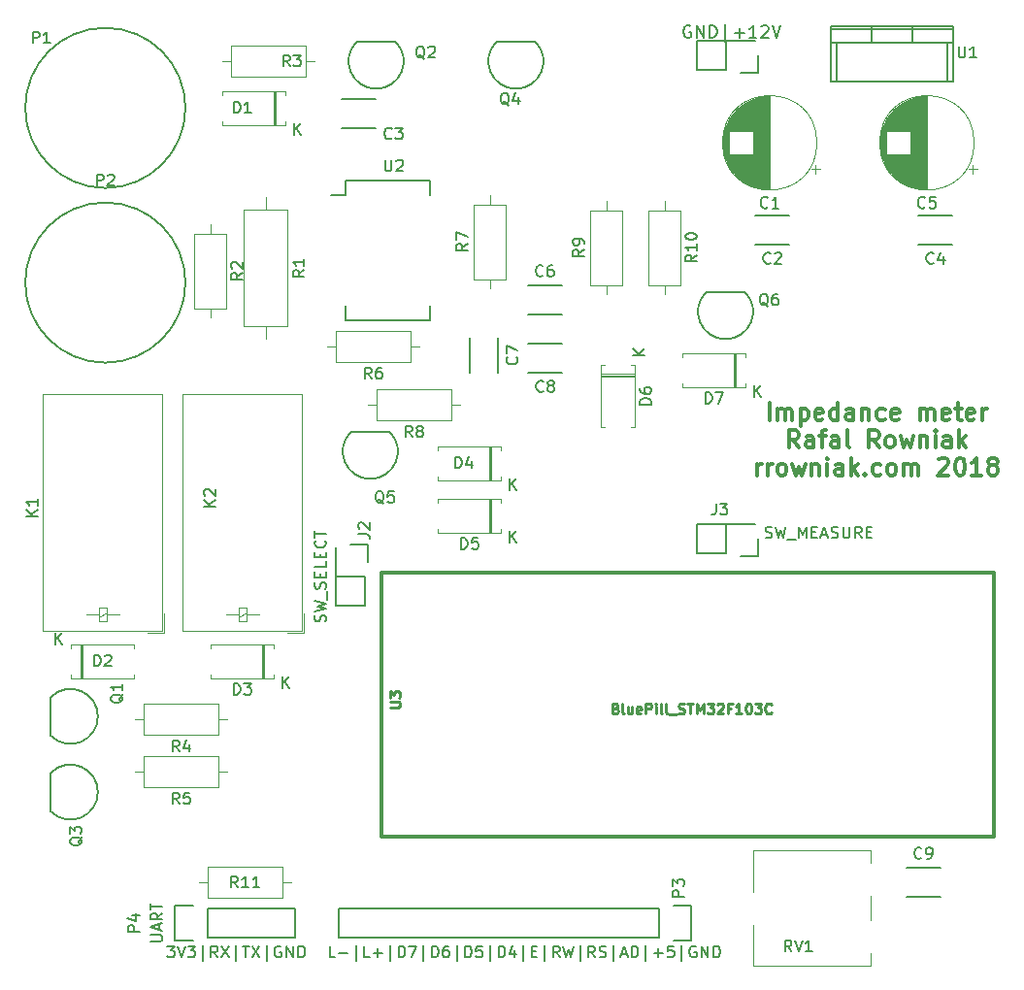
<source format=gbr>
%TF.GenerationSoftware,KiCad,Pcbnew,4.0.2+dfsg1-stable*%
%TF.CreationDate,2018-06-05T19:34:28+02:00*%
%TF.ProjectId,imp_meter,696D705F6D657465722E6B696361645F,rev?*%
%TF.FileFunction,Legend,Top*%
%FSLAX46Y46*%
G04 Gerber Fmt 4.6, Leading zero omitted, Abs format (unit mm)*
G04 Created by KiCad (PCBNEW 4.0.2+dfsg1-stable) date wto, 5 cze 2018, 19:34:28*
%MOMM*%
G01*
G04 APERTURE LIST*
%ADD10C,0.100000*%
%ADD11C,0.200000*%
%ADD12C,0.300000*%
%ADD13C,0.120000*%
%ADD14C,0.150000*%
%ADD15C,0.304800*%
%ADD16C,0.222250*%
G04 APERTURE END LIST*
D10*
D11*
X137408095Y-47456000D02*
X137303333Y-47403619D01*
X137146190Y-47403619D01*
X136989048Y-47456000D01*
X136884286Y-47560762D01*
X136831905Y-47665524D01*
X136779524Y-47875048D01*
X136779524Y-48032190D01*
X136831905Y-48241714D01*
X136884286Y-48346476D01*
X136989048Y-48451238D01*
X137146190Y-48503619D01*
X137250952Y-48503619D01*
X137408095Y-48451238D01*
X137460476Y-48398857D01*
X137460476Y-48032190D01*
X137250952Y-48032190D01*
X137931905Y-48503619D02*
X137931905Y-47403619D01*
X138560476Y-48503619D01*
X138560476Y-47403619D01*
X139084286Y-48503619D02*
X139084286Y-47403619D01*
X139346191Y-47403619D01*
X139503333Y-47456000D01*
X139608095Y-47560762D01*
X139660476Y-47665524D01*
X139712857Y-47875048D01*
X139712857Y-48032190D01*
X139660476Y-48241714D01*
X139608095Y-48346476D01*
X139503333Y-48451238D01*
X139346191Y-48503619D01*
X139084286Y-48503619D01*
X140446191Y-48870286D02*
X140446191Y-47298857D01*
X141231905Y-48084571D02*
X142070000Y-48084571D01*
X141650952Y-48503619D02*
X141650952Y-47665524D01*
X143170000Y-48503619D02*
X142541429Y-48503619D01*
X142855715Y-48503619D02*
X142855715Y-47403619D01*
X142750953Y-47560762D01*
X142646191Y-47665524D01*
X142541429Y-47717905D01*
X143589048Y-47508381D02*
X143641429Y-47456000D01*
X143746191Y-47403619D01*
X144008095Y-47403619D01*
X144112857Y-47456000D01*
X144165238Y-47508381D01*
X144217619Y-47613143D01*
X144217619Y-47717905D01*
X144165238Y-47875048D01*
X143536667Y-48503619D01*
X144217619Y-48503619D01*
X144531905Y-47403619D02*
X144898572Y-48503619D01*
X145265238Y-47403619D01*
D12*
X144277144Y-81844571D02*
X144277144Y-80344571D01*
X144991430Y-81844571D02*
X144991430Y-80844571D01*
X144991430Y-80987429D02*
X145062858Y-80916000D01*
X145205716Y-80844571D01*
X145420001Y-80844571D01*
X145562858Y-80916000D01*
X145634287Y-81058857D01*
X145634287Y-81844571D01*
X145634287Y-81058857D02*
X145705716Y-80916000D01*
X145848573Y-80844571D01*
X146062858Y-80844571D01*
X146205716Y-80916000D01*
X146277144Y-81058857D01*
X146277144Y-81844571D01*
X146991430Y-80844571D02*
X146991430Y-82344571D01*
X146991430Y-80916000D02*
X147134287Y-80844571D01*
X147420001Y-80844571D01*
X147562858Y-80916000D01*
X147634287Y-80987429D01*
X147705716Y-81130286D01*
X147705716Y-81558857D01*
X147634287Y-81701714D01*
X147562858Y-81773143D01*
X147420001Y-81844571D01*
X147134287Y-81844571D01*
X146991430Y-81773143D01*
X148920001Y-81773143D02*
X148777144Y-81844571D01*
X148491430Y-81844571D01*
X148348573Y-81773143D01*
X148277144Y-81630286D01*
X148277144Y-81058857D01*
X148348573Y-80916000D01*
X148491430Y-80844571D01*
X148777144Y-80844571D01*
X148920001Y-80916000D01*
X148991430Y-81058857D01*
X148991430Y-81201714D01*
X148277144Y-81344571D01*
X150277144Y-81844571D02*
X150277144Y-80344571D01*
X150277144Y-81773143D02*
X150134287Y-81844571D01*
X149848573Y-81844571D01*
X149705715Y-81773143D01*
X149634287Y-81701714D01*
X149562858Y-81558857D01*
X149562858Y-81130286D01*
X149634287Y-80987429D01*
X149705715Y-80916000D01*
X149848573Y-80844571D01*
X150134287Y-80844571D01*
X150277144Y-80916000D01*
X151634287Y-81844571D02*
X151634287Y-81058857D01*
X151562858Y-80916000D01*
X151420001Y-80844571D01*
X151134287Y-80844571D01*
X150991430Y-80916000D01*
X151634287Y-81773143D02*
X151491430Y-81844571D01*
X151134287Y-81844571D01*
X150991430Y-81773143D01*
X150920001Y-81630286D01*
X150920001Y-81487429D01*
X150991430Y-81344571D01*
X151134287Y-81273143D01*
X151491430Y-81273143D01*
X151634287Y-81201714D01*
X152348573Y-80844571D02*
X152348573Y-81844571D01*
X152348573Y-80987429D02*
X152420001Y-80916000D01*
X152562859Y-80844571D01*
X152777144Y-80844571D01*
X152920001Y-80916000D01*
X152991430Y-81058857D01*
X152991430Y-81844571D01*
X154348573Y-81773143D02*
X154205716Y-81844571D01*
X153920002Y-81844571D01*
X153777144Y-81773143D01*
X153705716Y-81701714D01*
X153634287Y-81558857D01*
X153634287Y-81130286D01*
X153705716Y-80987429D01*
X153777144Y-80916000D01*
X153920002Y-80844571D01*
X154205716Y-80844571D01*
X154348573Y-80916000D01*
X155562858Y-81773143D02*
X155420001Y-81844571D01*
X155134287Y-81844571D01*
X154991430Y-81773143D01*
X154920001Y-81630286D01*
X154920001Y-81058857D01*
X154991430Y-80916000D01*
X155134287Y-80844571D01*
X155420001Y-80844571D01*
X155562858Y-80916000D01*
X155634287Y-81058857D01*
X155634287Y-81201714D01*
X154920001Y-81344571D01*
X157420001Y-81844571D02*
X157420001Y-80844571D01*
X157420001Y-80987429D02*
X157491429Y-80916000D01*
X157634287Y-80844571D01*
X157848572Y-80844571D01*
X157991429Y-80916000D01*
X158062858Y-81058857D01*
X158062858Y-81844571D01*
X158062858Y-81058857D02*
X158134287Y-80916000D01*
X158277144Y-80844571D01*
X158491429Y-80844571D01*
X158634287Y-80916000D01*
X158705715Y-81058857D01*
X158705715Y-81844571D01*
X159991429Y-81773143D02*
X159848572Y-81844571D01*
X159562858Y-81844571D01*
X159420001Y-81773143D01*
X159348572Y-81630286D01*
X159348572Y-81058857D01*
X159420001Y-80916000D01*
X159562858Y-80844571D01*
X159848572Y-80844571D01*
X159991429Y-80916000D01*
X160062858Y-81058857D01*
X160062858Y-81201714D01*
X159348572Y-81344571D01*
X160491429Y-80844571D02*
X161062858Y-80844571D01*
X160705715Y-80344571D02*
X160705715Y-81630286D01*
X160777143Y-81773143D01*
X160920001Y-81844571D01*
X161062858Y-81844571D01*
X162134286Y-81773143D02*
X161991429Y-81844571D01*
X161705715Y-81844571D01*
X161562858Y-81773143D01*
X161491429Y-81630286D01*
X161491429Y-81058857D01*
X161562858Y-80916000D01*
X161705715Y-80844571D01*
X161991429Y-80844571D01*
X162134286Y-80916000D01*
X162205715Y-81058857D01*
X162205715Y-81201714D01*
X161491429Y-81344571D01*
X162848572Y-81844571D02*
X162848572Y-80844571D01*
X162848572Y-81130286D02*
X162920000Y-80987429D01*
X162991429Y-80916000D01*
X163134286Y-80844571D01*
X163277143Y-80844571D01*
X146848571Y-84244571D02*
X146348571Y-83530286D01*
X145991428Y-84244571D02*
X145991428Y-82744571D01*
X146562856Y-82744571D01*
X146705714Y-82816000D01*
X146777142Y-82887429D01*
X146848571Y-83030286D01*
X146848571Y-83244571D01*
X146777142Y-83387429D01*
X146705714Y-83458857D01*
X146562856Y-83530286D01*
X145991428Y-83530286D01*
X148134285Y-84244571D02*
X148134285Y-83458857D01*
X148062856Y-83316000D01*
X147919999Y-83244571D01*
X147634285Y-83244571D01*
X147491428Y-83316000D01*
X148134285Y-84173143D02*
X147991428Y-84244571D01*
X147634285Y-84244571D01*
X147491428Y-84173143D01*
X147419999Y-84030286D01*
X147419999Y-83887429D01*
X147491428Y-83744571D01*
X147634285Y-83673143D01*
X147991428Y-83673143D01*
X148134285Y-83601714D01*
X148634285Y-83244571D02*
X149205714Y-83244571D01*
X148848571Y-84244571D02*
X148848571Y-82958857D01*
X148919999Y-82816000D01*
X149062857Y-82744571D01*
X149205714Y-82744571D01*
X150348571Y-84244571D02*
X150348571Y-83458857D01*
X150277142Y-83316000D01*
X150134285Y-83244571D01*
X149848571Y-83244571D01*
X149705714Y-83316000D01*
X150348571Y-84173143D02*
X150205714Y-84244571D01*
X149848571Y-84244571D01*
X149705714Y-84173143D01*
X149634285Y-84030286D01*
X149634285Y-83887429D01*
X149705714Y-83744571D01*
X149848571Y-83673143D01*
X150205714Y-83673143D01*
X150348571Y-83601714D01*
X151277143Y-84244571D02*
X151134285Y-84173143D01*
X151062857Y-84030286D01*
X151062857Y-82744571D01*
X153848571Y-84244571D02*
X153348571Y-83530286D01*
X152991428Y-84244571D02*
X152991428Y-82744571D01*
X153562856Y-82744571D01*
X153705714Y-82816000D01*
X153777142Y-82887429D01*
X153848571Y-83030286D01*
X153848571Y-83244571D01*
X153777142Y-83387429D01*
X153705714Y-83458857D01*
X153562856Y-83530286D01*
X152991428Y-83530286D01*
X154705714Y-84244571D02*
X154562856Y-84173143D01*
X154491428Y-84101714D01*
X154419999Y-83958857D01*
X154419999Y-83530286D01*
X154491428Y-83387429D01*
X154562856Y-83316000D01*
X154705714Y-83244571D01*
X154919999Y-83244571D01*
X155062856Y-83316000D01*
X155134285Y-83387429D01*
X155205714Y-83530286D01*
X155205714Y-83958857D01*
X155134285Y-84101714D01*
X155062856Y-84173143D01*
X154919999Y-84244571D01*
X154705714Y-84244571D01*
X155705714Y-83244571D02*
X155991428Y-84244571D01*
X156277142Y-83530286D01*
X156562857Y-84244571D01*
X156848571Y-83244571D01*
X157420000Y-83244571D02*
X157420000Y-84244571D01*
X157420000Y-83387429D02*
X157491428Y-83316000D01*
X157634286Y-83244571D01*
X157848571Y-83244571D01*
X157991428Y-83316000D01*
X158062857Y-83458857D01*
X158062857Y-84244571D01*
X158777143Y-84244571D02*
X158777143Y-83244571D01*
X158777143Y-82744571D02*
X158705714Y-82816000D01*
X158777143Y-82887429D01*
X158848571Y-82816000D01*
X158777143Y-82744571D01*
X158777143Y-82887429D01*
X160134286Y-84244571D02*
X160134286Y-83458857D01*
X160062857Y-83316000D01*
X159920000Y-83244571D01*
X159634286Y-83244571D01*
X159491429Y-83316000D01*
X160134286Y-84173143D02*
X159991429Y-84244571D01*
X159634286Y-84244571D01*
X159491429Y-84173143D01*
X159420000Y-84030286D01*
X159420000Y-83887429D01*
X159491429Y-83744571D01*
X159634286Y-83673143D01*
X159991429Y-83673143D01*
X160134286Y-83601714D01*
X160848572Y-84244571D02*
X160848572Y-82744571D01*
X160991429Y-83673143D02*
X161420000Y-84244571D01*
X161420000Y-83244571D02*
X160848572Y-83816000D01*
X143205715Y-86644571D02*
X143205715Y-85644571D01*
X143205715Y-85930286D02*
X143277143Y-85787429D01*
X143348572Y-85716000D01*
X143491429Y-85644571D01*
X143634286Y-85644571D01*
X144134286Y-86644571D02*
X144134286Y-85644571D01*
X144134286Y-85930286D02*
X144205714Y-85787429D01*
X144277143Y-85716000D01*
X144420000Y-85644571D01*
X144562857Y-85644571D01*
X145277143Y-86644571D02*
X145134285Y-86573143D01*
X145062857Y-86501714D01*
X144991428Y-86358857D01*
X144991428Y-85930286D01*
X145062857Y-85787429D01*
X145134285Y-85716000D01*
X145277143Y-85644571D01*
X145491428Y-85644571D01*
X145634285Y-85716000D01*
X145705714Y-85787429D01*
X145777143Y-85930286D01*
X145777143Y-86358857D01*
X145705714Y-86501714D01*
X145634285Y-86573143D01*
X145491428Y-86644571D01*
X145277143Y-86644571D01*
X146277143Y-85644571D02*
X146562857Y-86644571D01*
X146848571Y-85930286D01*
X147134286Y-86644571D01*
X147420000Y-85644571D01*
X147991429Y-85644571D02*
X147991429Y-86644571D01*
X147991429Y-85787429D02*
X148062857Y-85716000D01*
X148205715Y-85644571D01*
X148420000Y-85644571D01*
X148562857Y-85716000D01*
X148634286Y-85858857D01*
X148634286Y-86644571D01*
X149348572Y-86644571D02*
X149348572Y-85644571D01*
X149348572Y-85144571D02*
X149277143Y-85216000D01*
X149348572Y-85287429D01*
X149420000Y-85216000D01*
X149348572Y-85144571D01*
X149348572Y-85287429D01*
X150705715Y-86644571D02*
X150705715Y-85858857D01*
X150634286Y-85716000D01*
X150491429Y-85644571D01*
X150205715Y-85644571D01*
X150062858Y-85716000D01*
X150705715Y-86573143D02*
X150562858Y-86644571D01*
X150205715Y-86644571D01*
X150062858Y-86573143D01*
X149991429Y-86430286D01*
X149991429Y-86287429D01*
X150062858Y-86144571D01*
X150205715Y-86073143D01*
X150562858Y-86073143D01*
X150705715Y-86001714D01*
X151420001Y-86644571D02*
X151420001Y-85144571D01*
X151562858Y-86073143D02*
X151991429Y-86644571D01*
X151991429Y-85644571D02*
X151420001Y-86216000D01*
X152634287Y-86501714D02*
X152705715Y-86573143D01*
X152634287Y-86644571D01*
X152562858Y-86573143D01*
X152634287Y-86501714D01*
X152634287Y-86644571D01*
X153991430Y-86573143D02*
X153848573Y-86644571D01*
X153562859Y-86644571D01*
X153420001Y-86573143D01*
X153348573Y-86501714D01*
X153277144Y-86358857D01*
X153277144Y-85930286D01*
X153348573Y-85787429D01*
X153420001Y-85716000D01*
X153562859Y-85644571D01*
X153848573Y-85644571D01*
X153991430Y-85716000D01*
X154848573Y-86644571D02*
X154705715Y-86573143D01*
X154634287Y-86501714D01*
X154562858Y-86358857D01*
X154562858Y-85930286D01*
X154634287Y-85787429D01*
X154705715Y-85716000D01*
X154848573Y-85644571D01*
X155062858Y-85644571D01*
X155205715Y-85716000D01*
X155277144Y-85787429D01*
X155348573Y-85930286D01*
X155348573Y-86358857D01*
X155277144Y-86501714D01*
X155205715Y-86573143D01*
X155062858Y-86644571D01*
X154848573Y-86644571D01*
X155991430Y-86644571D02*
X155991430Y-85644571D01*
X155991430Y-85787429D02*
X156062858Y-85716000D01*
X156205716Y-85644571D01*
X156420001Y-85644571D01*
X156562858Y-85716000D01*
X156634287Y-85858857D01*
X156634287Y-86644571D01*
X156634287Y-85858857D02*
X156705716Y-85716000D01*
X156848573Y-85644571D01*
X157062858Y-85644571D01*
X157205716Y-85716000D01*
X157277144Y-85858857D01*
X157277144Y-86644571D01*
X159062858Y-85287429D02*
X159134287Y-85216000D01*
X159277144Y-85144571D01*
X159634287Y-85144571D01*
X159777144Y-85216000D01*
X159848573Y-85287429D01*
X159920001Y-85430286D01*
X159920001Y-85573143D01*
X159848573Y-85787429D01*
X158991430Y-86644571D01*
X159920001Y-86644571D01*
X160848572Y-85144571D02*
X160991429Y-85144571D01*
X161134286Y-85216000D01*
X161205715Y-85287429D01*
X161277144Y-85430286D01*
X161348572Y-85716000D01*
X161348572Y-86073143D01*
X161277144Y-86358857D01*
X161205715Y-86501714D01*
X161134286Y-86573143D01*
X160991429Y-86644571D01*
X160848572Y-86644571D01*
X160705715Y-86573143D01*
X160634286Y-86501714D01*
X160562858Y-86358857D01*
X160491429Y-86073143D01*
X160491429Y-85716000D01*
X160562858Y-85430286D01*
X160634286Y-85287429D01*
X160705715Y-85216000D01*
X160848572Y-85144571D01*
X162777143Y-86644571D02*
X161920000Y-86644571D01*
X162348572Y-86644571D02*
X162348572Y-85144571D01*
X162205715Y-85358857D01*
X162062857Y-85501714D01*
X161920000Y-85573143D01*
X163634286Y-85787429D02*
X163491428Y-85716000D01*
X163420000Y-85644571D01*
X163348571Y-85501714D01*
X163348571Y-85430286D01*
X163420000Y-85287429D01*
X163491428Y-85216000D01*
X163634286Y-85144571D01*
X163920000Y-85144571D01*
X164062857Y-85216000D01*
X164134286Y-85287429D01*
X164205714Y-85430286D01*
X164205714Y-85501714D01*
X164134286Y-85644571D01*
X164062857Y-85716000D01*
X163920000Y-85787429D01*
X163634286Y-85787429D01*
X163491428Y-85858857D01*
X163420000Y-85930286D01*
X163348571Y-86073143D01*
X163348571Y-86358857D01*
X163420000Y-86501714D01*
X163491428Y-86573143D01*
X163634286Y-86644571D01*
X163920000Y-86644571D01*
X164062857Y-86573143D01*
X164134286Y-86501714D01*
X164205714Y-86358857D01*
X164205714Y-86073143D01*
X164134286Y-85930286D01*
X164062857Y-85858857D01*
X163920000Y-85787429D01*
D11*
X106412191Y-128722381D02*
X105936000Y-128722381D01*
X105936000Y-127722381D01*
X106745524Y-128341429D02*
X107507429Y-128341429D01*
X108221714Y-129055714D02*
X108221714Y-127627143D01*
X109412191Y-128722381D02*
X108936000Y-128722381D01*
X108936000Y-127722381D01*
X109745524Y-128341429D02*
X110507429Y-128341429D01*
X110126477Y-128722381D02*
X110126477Y-127960476D01*
X111221714Y-129055714D02*
X111221714Y-127627143D01*
X111936000Y-128722381D02*
X111936000Y-127722381D01*
X112174095Y-127722381D01*
X112316953Y-127770000D01*
X112412191Y-127865238D01*
X112459810Y-127960476D01*
X112507429Y-128150952D01*
X112507429Y-128293810D01*
X112459810Y-128484286D01*
X112412191Y-128579524D01*
X112316953Y-128674762D01*
X112174095Y-128722381D01*
X111936000Y-128722381D01*
X112840762Y-127722381D02*
X113507429Y-127722381D01*
X113078857Y-128722381D01*
X114126476Y-129055714D02*
X114126476Y-127627143D01*
X114840762Y-128722381D02*
X114840762Y-127722381D01*
X115078857Y-127722381D01*
X115221715Y-127770000D01*
X115316953Y-127865238D01*
X115364572Y-127960476D01*
X115412191Y-128150952D01*
X115412191Y-128293810D01*
X115364572Y-128484286D01*
X115316953Y-128579524D01*
X115221715Y-128674762D01*
X115078857Y-128722381D01*
X114840762Y-128722381D01*
X116269334Y-127722381D02*
X116078857Y-127722381D01*
X115983619Y-127770000D01*
X115936000Y-127817619D01*
X115840762Y-127960476D01*
X115793143Y-128150952D01*
X115793143Y-128531905D01*
X115840762Y-128627143D01*
X115888381Y-128674762D01*
X115983619Y-128722381D01*
X116174096Y-128722381D01*
X116269334Y-128674762D01*
X116316953Y-128627143D01*
X116364572Y-128531905D01*
X116364572Y-128293810D01*
X116316953Y-128198571D01*
X116269334Y-128150952D01*
X116174096Y-128103333D01*
X115983619Y-128103333D01*
X115888381Y-128150952D01*
X115840762Y-128198571D01*
X115793143Y-128293810D01*
X117031238Y-129055714D02*
X117031238Y-127627143D01*
X117745524Y-128722381D02*
X117745524Y-127722381D01*
X117983619Y-127722381D01*
X118126477Y-127770000D01*
X118221715Y-127865238D01*
X118269334Y-127960476D01*
X118316953Y-128150952D01*
X118316953Y-128293810D01*
X118269334Y-128484286D01*
X118221715Y-128579524D01*
X118126477Y-128674762D01*
X117983619Y-128722381D01*
X117745524Y-128722381D01*
X119221715Y-127722381D02*
X118745524Y-127722381D01*
X118697905Y-128198571D01*
X118745524Y-128150952D01*
X118840762Y-128103333D01*
X119078858Y-128103333D01*
X119174096Y-128150952D01*
X119221715Y-128198571D01*
X119269334Y-128293810D01*
X119269334Y-128531905D01*
X119221715Y-128627143D01*
X119174096Y-128674762D01*
X119078858Y-128722381D01*
X118840762Y-128722381D01*
X118745524Y-128674762D01*
X118697905Y-128627143D01*
X119936000Y-129055714D02*
X119936000Y-127627143D01*
X120650286Y-128722381D02*
X120650286Y-127722381D01*
X120888381Y-127722381D01*
X121031239Y-127770000D01*
X121126477Y-127865238D01*
X121174096Y-127960476D01*
X121221715Y-128150952D01*
X121221715Y-128293810D01*
X121174096Y-128484286D01*
X121126477Y-128579524D01*
X121031239Y-128674762D01*
X120888381Y-128722381D01*
X120650286Y-128722381D01*
X122078858Y-128055714D02*
X122078858Y-128722381D01*
X121840762Y-127674762D02*
X121602667Y-128389048D01*
X122221715Y-128389048D01*
X122840762Y-129055714D02*
X122840762Y-127627143D01*
X123555048Y-128198571D02*
X123888382Y-128198571D01*
X124031239Y-128722381D02*
X123555048Y-128722381D01*
X123555048Y-127722381D01*
X124031239Y-127722381D01*
X124697905Y-129055714D02*
X124697905Y-127627143D01*
X125983620Y-128722381D02*
X125650286Y-128246190D01*
X125412191Y-128722381D02*
X125412191Y-127722381D01*
X125793144Y-127722381D01*
X125888382Y-127770000D01*
X125936001Y-127817619D01*
X125983620Y-127912857D01*
X125983620Y-128055714D01*
X125936001Y-128150952D01*
X125888382Y-128198571D01*
X125793144Y-128246190D01*
X125412191Y-128246190D01*
X126316953Y-127722381D02*
X126555048Y-128722381D01*
X126745525Y-128008095D01*
X126936001Y-128722381D01*
X127174096Y-127722381D01*
X127793143Y-129055714D02*
X127793143Y-127627143D01*
X129078858Y-128722381D02*
X128745524Y-128246190D01*
X128507429Y-128722381D02*
X128507429Y-127722381D01*
X128888382Y-127722381D01*
X128983620Y-127770000D01*
X129031239Y-127817619D01*
X129078858Y-127912857D01*
X129078858Y-128055714D01*
X129031239Y-128150952D01*
X128983620Y-128198571D01*
X128888382Y-128246190D01*
X128507429Y-128246190D01*
X129459810Y-128674762D02*
X129602667Y-128722381D01*
X129840763Y-128722381D01*
X129936001Y-128674762D01*
X129983620Y-128627143D01*
X130031239Y-128531905D01*
X130031239Y-128436667D01*
X129983620Y-128341429D01*
X129936001Y-128293810D01*
X129840763Y-128246190D01*
X129650286Y-128198571D01*
X129555048Y-128150952D01*
X129507429Y-128103333D01*
X129459810Y-128008095D01*
X129459810Y-127912857D01*
X129507429Y-127817619D01*
X129555048Y-127770000D01*
X129650286Y-127722381D01*
X129888382Y-127722381D01*
X130031239Y-127770000D01*
X130697905Y-129055714D02*
X130697905Y-127627143D01*
X131364572Y-128436667D02*
X131840763Y-128436667D01*
X131269334Y-128722381D02*
X131602667Y-127722381D01*
X131936001Y-128722381D01*
X132269334Y-128722381D02*
X132269334Y-127722381D01*
X132507429Y-127722381D01*
X132650287Y-127770000D01*
X132745525Y-127865238D01*
X132793144Y-127960476D01*
X132840763Y-128150952D01*
X132840763Y-128293810D01*
X132793144Y-128484286D01*
X132745525Y-128579524D01*
X132650287Y-128674762D01*
X132507429Y-128722381D01*
X132269334Y-128722381D01*
X133507429Y-129055714D02*
X133507429Y-127627143D01*
X134221715Y-128341429D02*
X134983620Y-128341429D01*
X134602668Y-128722381D02*
X134602668Y-127960476D01*
X135936001Y-127722381D02*
X135459810Y-127722381D01*
X135412191Y-128198571D01*
X135459810Y-128150952D01*
X135555048Y-128103333D01*
X135793144Y-128103333D01*
X135888382Y-128150952D01*
X135936001Y-128198571D01*
X135983620Y-128293810D01*
X135983620Y-128531905D01*
X135936001Y-128627143D01*
X135888382Y-128674762D01*
X135793144Y-128722381D01*
X135555048Y-128722381D01*
X135459810Y-128674762D01*
X135412191Y-128627143D01*
X136650286Y-129055714D02*
X136650286Y-127627143D01*
X137888382Y-127770000D02*
X137793144Y-127722381D01*
X137650287Y-127722381D01*
X137507429Y-127770000D01*
X137412191Y-127865238D01*
X137364572Y-127960476D01*
X137316953Y-128150952D01*
X137316953Y-128293810D01*
X137364572Y-128484286D01*
X137412191Y-128579524D01*
X137507429Y-128674762D01*
X137650287Y-128722381D01*
X137745525Y-128722381D01*
X137888382Y-128674762D01*
X137936001Y-128627143D01*
X137936001Y-128293810D01*
X137745525Y-128293810D01*
X138364572Y-128722381D02*
X138364572Y-127722381D01*
X138936001Y-128722381D01*
X138936001Y-127722381D01*
X139412191Y-128722381D02*
X139412191Y-127722381D01*
X139650286Y-127722381D01*
X139793144Y-127770000D01*
X139888382Y-127865238D01*
X139936001Y-127960476D01*
X139983620Y-128150952D01*
X139983620Y-128293810D01*
X139936001Y-128484286D01*
X139888382Y-128579524D01*
X139793144Y-128674762D01*
X139650286Y-128722381D01*
X139412191Y-128722381D01*
X91766190Y-127722381D02*
X92385238Y-127722381D01*
X92051904Y-128103333D01*
X92194762Y-128103333D01*
X92290000Y-128150952D01*
X92337619Y-128198571D01*
X92385238Y-128293810D01*
X92385238Y-128531905D01*
X92337619Y-128627143D01*
X92290000Y-128674762D01*
X92194762Y-128722381D01*
X91909047Y-128722381D01*
X91813809Y-128674762D01*
X91766190Y-128627143D01*
X92670952Y-127722381D02*
X93004285Y-128722381D01*
X93337619Y-127722381D01*
X93575714Y-127722381D02*
X94194762Y-127722381D01*
X93861428Y-128103333D01*
X94004286Y-128103333D01*
X94099524Y-128150952D01*
X94147143Y-128198571D01*
X94194762Y-128293810D01*
X94194762Y-128531905D01*
X94147143Y-128627143D01*
X94099524Y-128674762D01*
X94004286Y-128722381D01*
X93718571Y-128722381D01*
X93623333Y-128674762D01*
X93575714Y-128627143D01*
X94861428Y-129055714D02*
X94861428Y-127627143D01*
X96147143Y-128722381D02*
X95813809Y-128246190D01*
X95575714Y-128722381D02*
X95575714Y-127722381D01*
X95956667Y-127722381D01*
X96051905Y-127770000D01*
X96099524Y-127817619D01*
X96147143Y-127912857D01*
X96147143Y-128055714D01*
X96099524Y-128150952D01*
X96051905Y-128198571D01*
X95956667Y-128246190D01*
X95575714Y-128246190D01*
X96480476Y-127722381D02*
X97147143Y-128722381D01*
X97147143Y-127722381D02*
X96480476Y-128722381D01*
X97766190Y-129055714D02*
X97766190Y-127627143D01*
X98337619Y-127722381D02*
X98909048Y-127722381D01*
X98623333Y-128722381D02*
X98623333Y-127722381D01*
X99147143Y-127722381D02*
X99813810Y-128722381D01*
X99813810Y-127722381D02*
X99147143Y-128722381D01*
X100432857Y-129055714D02*
X100432857Y-127627143D01*
X101670953Y-127770000D02*
X101575715Y-127722381D01*
X101432858Y-127722381D01*
X101290000Y-127770000D01*
X101194762Y-127865238D01*
X101147143Y-127960476D01*
X101099524Y-128150952D01*
X101099524Y-128293810D01*
X101147143Y-128484286D01*
X101194762Y-128579524D01*
X101290000Y-128674762D01*
X101432858Y-128722381D01*
X101528096Y-128722381D01*
X101670953Y-128674762D01*
X101718572Y-128627143D01*
X101718572Y-128293810D01*
X101528096Y-128293810D01*
X102147143Y-128722381D02*
X102147143Y-127722381D01*
X102718572Y-128722381D01*
X102718572Y-127722381D01*
X103194762Y-128722381D02*
X103194762Y-127722381D01*
X103432857Y-127722381D01*
X103575715Y-127770000D01*
X103670953Y-127865238D01*
X103718572Y-127960476D01*
X103766191Y-128150952D01*
X103766191Y-128293810D01*
X103718572Y-128484286D01*
X103670953Y-128579524D01*
X103575715Y-128674762D01*
X103432857Y-128722381D01*
X103194762Y-128722381D01*
D13*
X148432000Y-57658000D02*
G75*
G03X148432000Y-57658000I-4120000J0D01*
G01*
X144312000Y-61738000D02*
X144312000Y-53578000D01*
X144272000Y-61738000D02*
X144272000Y-53578000D01*
X144232000Y-61738000D02*
X144232000Y-53578000D01*
X144192000Y-61737000D02*
X144192000Y-53579000D01*
X144152000Y-61735000D02*
X144152000Y-53581000D01*
X144112000Y-61734000D02*
X144112000Y-53582000D01*
X144072000Y-61732000D02*
X144072000Y-53584000D01*
X144032000Y-61729000D02*
X144032000Y-53587000D01*
X143992000Y-61726000D02*
X143992000Y-53590000D01*
X143952000Y-61723000D02*
X143952000Y-53593000D01*
X143912000Y-61719000D02*
X143912000Y-53597000D01*
X143872000Y-61715000D02*
X143872000Y-53601000D01*
X143832000Y-61710000D02*
X143832000Y-53606000D01*
X143792000Y-61706000D02*
X143792000Y-53610000D01*
X143752000Y-61700000D02*
X143752000Y-53616000D01*
X143712000Y-61695000D02*
X143712000Y-53621000D01*
X143672000Y-61688000D02*
X143672000Y-53628000D01*
X143632000Y-61682000D02*
X143632000Y-53634000D01*
X143591000Y-61675000D02*
X143591000Y-53641000D01*
X143551000Y-61668000D02*
X143551000Y-53648000D01*
X143511000Y-61660000D02*
X143511000Y-53656000D01*
X143471000Y-61652000D02*
X143471000Y-53664000D01*
X143431000Y-61643000D02*
X143431000Y-53673000D01*
X143391000Y-61634000D02*
X143391000Y-53682000D01*
X143351000Y-61625000D02*
X143351000Y-53691000D01*
X143311000Y-61615000D02*
X143311000Y-53701000D01*
X143271000Y-61605000D02*
X143271000Y-53711000D01*
X143231000Y-61594000D02*
X143231000Y-53722000D01*
X143191000Y-61583000D02*
X143191000Y-53733000D01*
X143151000Y-61572000D02*
X143151000Y-53744000D01*
X143111000Y-61560000D02*
X143111000Y-53756000D01*
X143071000Y-61547000D02*
X143071000Y-53769000D01*
X143031000Y-61535000D02*
X143031000Y-53781000D01*
X142991000Y-61521000D02*
X142991000Y-53795000D01*
X142951000Y-61508000D02*
X142951000Y-53808000D01*
X142911000Y-61493000D02*
X142911000Y-53823000D01*
X142871000Y-61479000D02*
X142871000Y-53837000D01*
X142831000Y-61463000D02*
X142831000Y-58698000D01*
X142831000Y-56618000D02*
X142831000Y-53853000D01*
X142791000Y-61448000D02*
X142791000Y-58698000D01*
X142791000Y-56618000D02*
X142791000Y-53868000D01*
X142751000Y-61432000D02*
X142751000Y-58698000D01*
X142751000Y-56618000D02*
X142751000Y-53884000D01*
X142711000Y-61415000D02*
X142711000Y-58698000D01*
X142711000Y-56618000D02*
X142711000Y-53901000D01*
X142671000Y-61398000D02*
X142671000Y-58698000D01*
X142671000Y-56618000D02*
X142671000Y-53918000D01*
X142631000Y-61380000D02*
X142631000Y-58698000D01*
X142631000Y-56618000D02*
X142631000Y-53936000D01*
X142591000Y-61362000D02*
X142591000Y-58698000D01*
X142591000Y-56618000D02*
X142591000Y-53954000D01*
X142551000Y-61344000D02*
X142551000Y-58698000D01*
X142551000Y-56618000D02*
X142551000Y-53972000D01*
X142511000Y-61324000D02*
X142511000Y-58698000D01*
X142511000Y-56618000D02*
X142511000Y-53992000D01*
X142471000Y-61305000D02*
X142471000Y-58698000D01*
X142471000Y-56618000D02*
X142471000Y-54011000D01*
X142431000Y-61285000D02*
X142431000Y-58698000D01*
X142431000Y-56618000D02*
X142431000Y-54031000D01*
X142391000Y-61264000D02*
X142391000Y-58698000D01*
X142391000Y-56618000D02*
X142391000Y-54052000D01*
X142351000Y-61242000D02*
X142351000Y-58698000D01*
X142351000Y-56618000D02*
X142351000Y-54074000D01*
X142311000Y-61220000D02*
X142311000Y-58698000D01*
X142311000Y-56618000D02*
X142311000Y-54096000D01*
X142271000Y-61198000D02*
X142271000Y-58698000D01*
X142271000Y-56618000D02*
X142271000Y-54118000D01*
X142231000Y-61175000D02*
X142231000Y-58698000D01*
X142231000Y-56618000D02*
X142231000Y-54141000D01*
X142191000Y-61151000D02*
X142191000Y-58698000D01*
X142191000Y-56618000D02*
X142191000Y-54165000D01*
X142151000Y-61127000D02*
X142151000Y-58698000D01*
X142151000Y-56618000D02*
X142151000Y-54189000D01*
X142111000Y-61102000D02*
X142111000Y-58698000D01*
X142111000Y-56618000D02*
X142111000Y-54214000D01*
X142071000Y-61076000D02*
X142071000Y-58698000D01*
X142071000Y-56618000D02*
X142071000Y-54240000D01*
X142031000Y-61050000D02*
X142031000Y-58698000D01*
X142031000Y-56618000D02*
X142031000Y-54266000D01*
X141991000Y-61023000D02*
X141991000Y-58698000D01*
X141991000Y-56618000D02*
X141991000Y-54293000D01*
X141951000Y-60996000D02*
X141951000Y-58698000D01*
X141951000Y-56618000D02*
X141951000Y-54320000D01*
X141911000Y-60967000D02*
X141911000Y-58698000D01*
X141911000Y-56618000D02*
X141911000Y-54349000D01*
X141871000Y-60938000D02*
X141871000Y-58698000D01*
X141871000Y-56618000D02*
X141871000Y-54378000D01*
X141831000Y-60908000D02*
X141831000Y-58698000D01*
X141831000Y-56618000D02*
X141831000Y-54408000D01*
X141791000Y-60878000D02*
X141791000Y-58698000D01*
X141791000Y-56618000D02*
X141791000Y-54438000D01*
X141751000Y-60847000D02*
X141751000Y-58698000D01*
X141751000Y-56618000D02*
X141751000Y-54469000D01*
X141711000Y-60814000D02*
X141711000Y-58698000D01*
X141711000Y-56618000D02*
X141711000Y-54502000D01*
X141671000Y-60782000D02*
X141671000Y-58698000D01*
X141671000Y-56618000D02*
X141671000Y-54534000D01*
X141631000Y-60748000D02*
X141631000Y-58698000D01*
X141631000Y-56618000D02*
X141631000Y-54568000D01*
X141591000Y-60713000D02*
X141591000Y-58698000D01*
X141591000Y-56618000D02*
X141591000Y-54603000D01*
X141551000Y-60677000D02*
X141551000Y-58698000D01*
X141551000Y-56618000D02*
X141551000Y-54639000D01*
X141511000Y-60641000D02*
X141511000Y-58698000D01*
X141511000Y-56618000D02*
X141511000Y-54675000D01*
X141471000Y-60603000D02*
X141471000Y-58698000D01*
X141471000Y-56618000D02*
X141471000Y-54713000D01*
X141431000Y-60565000D02*
X141431000Y-58698000D01*
X141431000Y-56618000D02*
X141431000Y-54751000D01*
X141391000Y-60525000D02*
X141391000Y-58698000D01*
X141391000Y-56618000D02*
X141391000Y-54791000D01*
X141351000Y-60484000D02*
X141351000Y-58698000D01*
X141351000Y-56618000D02*
X141351000Y-54832000D01*
X141311000Y-60442000D02*
X141311000Y-58698000D01*
X141311000Y-56618000D02*
X141311000Y-54874000D01*
X141271000Y-60399000D02*
X141271000Y-58698000D01*
X141271000Y-56618000D02*
X141271000Y-54917000D01*
X141231000Y-60355000D02*
X141231000Y-58698000D01*
X141231000Y-56618000D02*
X141231000Y-54961000D01*
X141191000Y-60309000D02*
X141191000Y-58698000D01*
X141191000Y-56618000D02*
X141191000Y-55007000D01*
X141151000Y-60262000D02*
X141151000Y-58698000D01*
X141151000Y-56618000D02*
X141151000Y-55054000D01*
X141111000Y-60214000D02*
X141111000Y-58698000D01*
X141111000Y-56618000D02*
X141111000Y-55102000D01*
X141071000Y-60163000D02*
X141071000Y-58698000D01*
X141071000Y-56618000D02*
X141071000Y-55153000D01*
X141031000Y-60112000D02*
X141031000Y-58698000D01*
X141031000Y-56618000D02*
X141031000Y-55204000D01*
X140991000Y-60058000D02*
X140991000Y-58698000D01*
X140991000Y-56618000D02*
X140991000Y-55258000D01*
X140951000Y-60003000D02*
X140951000Y-58698000D01*
X140951000Y-56618000D02*
X140951000Y-55313000D01*
X140911000Y-59945000D02*
X140911000Y-58698000D01*
X140911000Y-56618000D02*
X140911000Y-55371000D01*
X140871000Y-59886000D02*
X140871000Y-58698000D01*
X140871000Y-56618000D02*
X140871000Y-55430000D01*
X140831000Y-59824000D02*
X140831000Y-58698000D01*
X140831000Y-56618000D02*
X140831000Y-55492000D01*
X140791000Y-59760000D02*
X140791000Y-58698000D01*
X140791000Y-56618000D02*
X140791000Y-55556000D01*
X140751000Y-59692000D02*
X140751000Y-55624000D01*
X140711000Y-59622000D02*
X140711000Y-55694000D01*
X140671000Y-59548000D02*
X140671000Y-55768000D01*
X140631000Y-59471000D02*
X140631000Y-55845000D01*
X140591000Y-59389000D02*
X140591000Y-55927000D01*
X140551000Y-59303000D02*
X140551000Y-56013000D01*
X140511000Y-59210000D02*
X140511000Y-56106000D01*
X140471000Y-59111000D02*
X140471000Y-56205000D01*
X140431000Y-59004000D02*
X140431000Y-56312000D01*
X140391000Y-58887000D02*
X140391000Y-56429000D01*
X140351000Y-58756000D02*
X140351000Y-56560000D01*
X140311000Y-58606000D02*
X140311000Y-56710000D01*
X140271000Y-58426000D02*
X140271000Y-56890000D01*
X140231000Y-58191000D02*
X140231000Y-57125000D01*
X148721698Y-59973000D02*
X147921698Y-59973000D01*
X148321698Y-60373000D02*
X148321698Y-59573000D01*
D14*
X146046000Y-66528000D02*
X143046000Y-66528000D01*
X143046000Y-64028000D02*
X146046000Y-64028000D01*
X106938000Y-53868000D02*
X109938000Y-53868000D01*
X109938000Y-56368000D02*
X106938000Y-56368000D01*
X160270000Y-66528000D02*
X157270000Y-66528000D01*
X157270000Y-64028000D02*
X160270000Y-64028000D01*
D13*
X162148000Y-57658000D02*
G75*
G03X162148000Y-57658000I-4120000J0D01*
G01*
X158028000Y-61738000D02*
X158028000Y-53578000D01*
X157988000Y-61738000D02*
X157988000Y-53578000D01*
X157948000Y-61738000D02*
X157948000Y-53578000D01*
X157908000Y-61737000D02*
X157908000Y-53579000D01*
X157868000Y-61735000D02*
X157868000Y-53581000D01*
X157828000Y-61734000D02*
X157828000Y-53582000D01*
X157788000Y-61732000D02*
X157788000Y-53584000D01*
X157748000Y-61729000D02*
X157748000Y-53587000D01*
X157708000Y-61726000D02*
X157708000Y-53590000D01*
X157668000Y-61723000D02*
X157668000Y-53593000D01*
X157628000Y-61719000D02*
X157628000Y-53597000D01*
X157588000Y-61715000D02*
X157588000Y-53601000D01*
X157548000Y-61710000D02*
X157548000Y-53606000D01*
X157508000Y-61706000D02*
X157508000Y-53610000D01*
X157468000Y-61700000D02*
X157468000Y-53616000D01*
X157428000Y-61695000D02*
X157428000Y-53621000D01*
X157388000Y-61688000D02*
X157388000Y-53628000D01*
X157348000Y-61682000D02*
X157348000Y-53634000D01*
X157307000Y-61675000D02*
X157307000Y-53641000D01*
X157267000Y-61668000D02*
X157267000Y-53648000D01*
X157227000Y-61660000D02*
X157227000Y-53656000D01*
X157187000Y-61652000D02*
X157187000Y-53664000D01*
X157147000Y-61643000D02*
X157147000Y-53673000D01*
X157107000Y-61634000D02*
X157107000Y-53682000D01*
X157067000Y-61625000D02*
X157067000Y-53691000D01*
X157027000Y-61615000D02*
X157027000Y-53701000D01*
X156987000Y-61605000D02*
X156987000Y-53711000D01*
X156947000Y-61594000D02*
X156947000Y-53722000D01*
X156907000Y-61583000D02*
X156907000Y-53733000D01*
X156867000Y-61572000D02*
X156867000Y-53744000D01*
X156827000Y-61560000D02*
X156827000Y-53756000D01*
X156787000Y-61547000D02*
X156787000Y-53769000D01*
X156747000Y-61535000D02*
X156747000Y-53781000D01*
X156707000Y-61521000D02*
X156707000Y-53795000D01*
X156667000Y-61508000D02*
X156667000Y-53808000D01*
X156627000Y-61493000D02*
X156627000Y-53823000D01*
X156587000Y-61479000D02*
X156587000Y-53837000D01*
X156547000Y-61463000D02*
X156547000Y-58698000D01*
X156547000Y-56618000D02*
X156547000Y-53853000D01*
X156507000Y-61448000D02*
X156507000Y-58698000D01*
X156507000Y-56618000D02*
X156507000Y-53868000D01*
X156467000Y-61432000D02*
X156467000Y-58698000D01*
X156467000Y-56618000D02*
X156467000Y-53884000D01*
X156427000Y-61415000D02*
X156427000Y-58698000D01*
X156427000Y-56618000D02*
X156427000Y-53901000D01*
X156387000Y-61398000D02*
X156387000Y-58698000D01*
X156387000Y-56618000D02*
X156387000Y-53918000D01*
X156347000Y-61380000D02*
X156347000Y-58698000D01*
X156347000Y-56618000D02*
X156347000Y-53936000D01*
X156307000Y-61362000D02*
X156307000Y-58698000D01*
X156307000Y-56618000D02*
X156307000Y-53954000D01*
X156267000Y-61344000D02*
X156267000Y-58698000D01*
X156267000Y-56618000D02*
X156267000Y-53972000D01*
X156227000Y-61324000D02*
X156227000Y-58698000D01*
X156227000Y-56618000D02*
X156227000Y-53992000D01*
X156187000Y-61305000D02*
X156187000Y-58698000D01*
X156187000Y-56618000D02*
X156187000Y-54011000D01*
X156147000Y-61285000D02*
X156147000Y-58698000D01*
X156147000Y-56618000D02*
X156147000Y-54031000D01*
X156107000Y-61264000D02*
X156107000Y-58698000D01*
X156107000Y-56618000D02*
X156107000Y-54052000D01*
X156067000Y-61242000D02*
X156067000Y-58698000D01*
X156067000Y-56618000D02*
X156067000Y-54074000D01*
X156027000Y-61220000D02*
X156027000Y-58698000D01*
X156027000Y-56618000D02*
X156027000Y-54096000D01*
X155987000Y-61198000D02*
X155987000Y-58698000D01*
X155987000Y-56618000D02*
X155987000Y-54118000D01*
X155947000Y-61175000D02*
X155947000Y-58698000D01*
X155947000Y-56618000D02*
X155947000Y-54141000D01*
X155907000Y-61151000D02*
X155907000Y-58698000D01*
X155907000Y-56618000D02*
X155907000Y-54165000D01*
X155867000Y-61127000D02*
X155867000Y-58698000D01*
X155867000Y-56618000D02*
X155867000Y-54189000D01*
X155827000Y-61102000D02*
X155827000Y-58698000D01*
X155827000Y-56618000D02*
X155827000Y-54214000D01*
X155787000Y-61076000D02*
X155787000Y-58698000D01*
X155787000Y-56618000D02*
X155787000Y-54240000D01*
X155747000Y-61050000D02*
X155747000Y-58698000D01*
X155747000Y-56618000D02*
X155747000Y-54266000D01*
X155707000Y-61023000D02*
X155707000Y-58698000D01*
X155707000Y-56618000D02*
X155707000Y-54293000D01*
X155667000Y-60996000D02*
X155667000Y-58698000D01*
X155667000Y-56618000D02*
X155667000Y-54320000D01*
X155627000Y-60967000D02*
X155627000Y-58698000D01*
X155627000Y-56618000D02*
X155627000Y-54349000D01*
X155587000Y-60938000D02*
X155587000Y-58698000D01*
X155587000Y-56618000D02*
X155587000Y-54378000D01*
X155547000Y-60908000D02*
X155547000Y-58698000D01*
X155547000Y-56618000D02*
X155547000Y-54408000D01*
X155507000Y-60878000D02*
X155507000Y-58698000D01*
X155507000Y-56618000D02*
X155507000Y-54438000D01*
X155467000Y-60847000D02*
X155467000Y-58698000D01*
X155467000Y-56618000D02*
X155467000Y-54469000D01*
X155427000Y-60814000D02*
X155427000Y-58698000D01*
X155427000Y-56618000D02*
X155427000Y-54502000D01*
X155387000Y-60782000D02*
X155387000Y-58698000D01*
X155387000Y-56618000D02*
X155387000Y-54534000D01*
X155347000Y-60748000D02*
X155347000Y-58698000D01*
X155347000Y-56618000D02*
X155347000Y-54568000D01*
X155307000Y-60713000D02*
X155307000Y-58698000D01*
X155307000Y-56618000D02*
X155307000Y-54603000D01*
X155267000Y-60677000D02*
X155267000Y-58698000D01*
X155267000Y-56618000D02*
X155267000Y-54639000D01*
X155227000Y-60641000D02*
X155227000Y-58698000D01*
X155227000Y-56618000D02*
X155227000Y-54675000D01*
X155187000Y-60603000D02*
X155187000Y-58698000D01*
X155187000Y-56618000D02*
X155187000Y-54713000D01*
X155147000Y-60565000D02*
X155147000Y-58698000D01*
X155147000Y-56618000D02*
X155147000Y-54751000D01*
X155107000Y-60525000D02*
X155107000Y-58698000D01*
X155107000Y-56618000D02*
X155107000Y-54791000D01*
X155067000Y-60484000D02*
X155067000Y-58698000D01*
X155067000Y-56618000D02*
X155067000Y-54832000D01*
X155027000Y-60442000D02*
X155027000Y-58698000D01*
X155027000Y-56618000D02*
X155027000Y-54874000D01*
X154987000Y-60399000D02*
X154987000Y-58698000D01*
X154987000Y-56618000D02*
X154987000Y-54917000D01*
X154947000Y-60355000D02*
X154947000Y-58698000D01*
X154947000Y-56618000D02*
X154947000Y-54961000D01*
X154907000Y-60309000D02*
X154907000Y-58698000D01*
X154907000Y-56618000D02*
X154907000Y-55007000D01*
X154867000Y-60262000D02*
X154867000Y-58698000D01*
X154867000Y-56618000D02*
X154867000Y-55054000D01*
X154827000Y-60214000D02*
X154827000Y-58698000D01*
X154827000Y-56618000D02*
X154827000Y-55102000D01*
X154787000Y-60163000D02*
X154787000Y-58698000D01*
X154787000Y-56618000D02*
X154787000Y-55153000D01*
X154747000Y-60112000D02*
X154747000Y-58698000D01*
X154747000Y-56618000D02*
X154747000Y-55204000D01*
X154707000Y-60058000D02*
X154707000Y-58698000D01*
X154707000Y-56618000D02*
X154707000Y-55258000D01*
X154667000Y-60003000D02*
X154667000Y-58698000D01*
X154667000Y-56618000D02*
X154667000Y-55313000D01*
X154627000Y-59945000D02*
X154627000Y-58698000D01*
X154627000Y-56618000D02*
X154627000Y-55371000D01*
X154587000Y-59886000D02*
X154587000Y-58698000D01*
X154587000Y-56618000D02*
X154587000Y-55430000D01*
X154547000Y-59824000D02*
X154547000Y-58698000D01*
X154547000Y-56618000D02*
X154547000Y-55492000D01*
X154507000Y-59760000D02*
X154507000Y-58698000D01*
X154507000Y-56618000D02*
X154507000Y-55556000D01*
X154467000Y-59692000D02*
X154467000Y-55624000D01*
X154427000Y-59622000D02*
X154427000Y-55694000D01*
X154387000Y-59548000D02*
X154387000Y-55768000D01*
X154347000Y-59471000D02*
X154347000Y-55845000D01*
X154307000Y-59389000D02*
X154307000Y-55927000D01*
X154267000Y-59303000D02*
X154267000Y-56013000D01*
X154227000Y-59210000D02*
X154227000Y-56106000D01*
X154187000Y-59111000D02*
X154187000Y-56205000D01*
X154147000Y-59004000D02*
X154147000Y-56312000D01*
X154107000Y-58887000D02*
X154107000Y-56429000D01*
X154067000Y-58756000D02*
X154067000Y-56560000D01*
X154027000Y-58606000D02*
X154027000Y-56710000D01*
X153987000Y-58426000D02*
X153987000Y-56890000D01*
X153947000Y-58191000D02*
X153947000Y-57125000D01*
X162437698Y-59973000D02*
X161637698Y-59973000D01*
X162037698Y-60373000D02*
X162037698Y-59573000D01*
D14*
X123194000Y-70124000D02*
X126194000Y-70124000D01*
X126194000Y-72624000D02*
X123194000Y-72624000D01*
X120630000Y-74680000D02*
X120630000Y-77680000D01*
X118130000Y-77680000D02*
X118130000Y-74680000D01*
X126234000Y-77704000D02*
X123234000Y-77704000D01*
X123234000Y-75204000D02*
X126234000Y-75204000D01*
X156214000Y-120924000D02*
X159214000Y-120924000D01*
X159214000Y-123424000D02*
X156214000Y-123424000D01*
D13*
X102034000Y-55750000D02*
X102034000Y-56080000D01*
X102034000Y-56080000D02*
X96594000Y-56080000D01*
X96594000Y-56080000D02*
X96594000Y-55750000D01*
X102034000Y-53470000D02*
X102034000Y-53140000D01*
X102034000Y-53140000D02*
X96594000Y-53140000D01*
X96594000Y-53140000D02*
X96594000Y-53470000D01*
X101134000Y-56080000D02*
X101134000Y-53140000D01*
X101014000Y-56080000D02*
X101014000Y-53140000D01*
X101254000Y-56080000D02*
X101254000Y-53140000D01*
X83386000Y-101730000D02*
X83386000Y-101400000D01*
X83386000Y-101400000D02*
X88826000Y-101400000D01*
X88826000Y-101400000D02*
X88826000Y-101730000D01*
X83386000Y-104010000D02*
X83386000Y-104340000D01*
X83386000Y-104340000D02*
X88826000Y-104340000D01*
X88826000Y-104340000D02*
X88826000Y-104010000D01*
X84286000Y-101400000D02*
X84286000Y-104340000D01*
X84406000Y-101400000D02*
X84406000Y-104340000D01*
X84166000Y-101400000D02*
X84166000Y-104340000D01*
X101018000Y-104010000D02*
X101018000Y-104340000D01*
X101018000Y-104340000D02*
X95578000Y-104340000D01*
X95578000Y-104340000D02*
X95578000Y-104010000D01*
X101018000Y-101730000D02*
X101018000Y-101400000D01*
X101018000Y-101400000D02*
X95578000Y-101400000D01*
X95578000Y-101400000D02*
X95578000Y-101730000D01*
X100118000Y-104340000D02*
X100118000Y-101400000D01*
X99998000Y-104340000D02*
X99998000Y-101400000D01*
X100238000Y-104340000D02*
X100238000Y-101400000D01*
X120830000Y-86738000D02*
X120830000Y-87068000D01*
X120830000Y-87068000D02*
X115390000Y-87068000D01*
X115390000Y-87068000D02*
X115390000Y-86738000D01*
X120830000Y-84458000D02*
X120830000Y-84128000D01*
X120830000Y-84128000D02*
X115390000Y-84128000D01*
X115390000Y-84128000D02*
X115390000Y-84458000D01*
X119930000Y-87068000D02*
X119930000Y-84128000D01*
X119810000Y-87068000D02*
X119810000Y-84128000D01*
X120050000Y-87068000D02*
X120050000Y-84128000D01*
X120830000Y-91310000D02*
X120830000Y-91640000D01*
X120830000Y-91640000D02*
X115390000Y-91640000D01*
X115390000Y-91640000D02*
X115390000Y-91310000D01*
X120830000Y-89030000D02*
X120830000Y-88700000D01*
X120830000Y-88700000D02*
X115390000Y-88700000D01*
X115390000Y-88700000D02*
X115390000Y-89030000D01*
X119930000Y-91640000D02*
X119930000Y-88700000D01*
X119810000Y-91640000D02*
X119810000Y-88700000D01*
X120050000Y-91640000D02*
X120050000Y-88700000D01*
X132204000Y-77036000D02*
X132534000Y-77036000D01*
X132534000Y-77036000D02*
X132534000Y-82476000D01*
X132534000Y-82476000D02*
X132204000Y-82476000D01*
X129924000Y-77036000D02*
X129594000Y-77036000D01*
X129594000Y-77036000D02*
X129594000Y-82476000D01*
X129594000Y-82476000D02*
X129924000Y-82476000D01*
X132534000Y-77936000D02*
X129594000Y-77936000D01*
X132534000Y-78056000D02*
X129594000Y-78056000D01*
X132534000Y-77816000D02*
X129594000Y-77816000D01*
X142166000Y-78610000D02*
X142166000Y-78940000D01*
X142166000Y-78940000D02*
X136726000Y-78940000D01*
X136726000Y-78940000D02*
X136726000Y-78610000D01*
X142166000Y-76330000D02*
X142166000Y-76000000D01*
X142166000Y-76000000D02*
X136726000Y-76000000D01*
X136726000Y-76000000D02*
X136726000Y-76330000D01*
X141266000Y-78940000D02*
X141266000Y-76000000D01*
X141146000Y-78940000D02*
X141146000Y-76000000D01*
X141386000Y-78940000D02*
X141386000Y-76000000D01*
D14*
X143282000Y-50038000D02*
X143282000Y-51588000D01*
X141732000Y-51588000D02*
X143282000Y-51588000D01*
X143002000Y-48768000D02*
X140462000Y-48768000D01*
X137922000Y-51308000D02*
X140462000Y-51308000D01*
X140462000Y-51308000D02*
X140462000Y-48768000D01*
X140462000Y-48768000D02*
X137922000Y-48768000D01*
X137922000Y-48768000D02*
X137922000Y-51308000D01*
X107696000Y-92684000D02*
X109246000Y-92684000D01*
X109246000Y-94234000D02*
X109246000Y-92684000D01*
X106426000Y-92964000D02*
X106426000Y-95504000D01*
X108966000Y-98044000D02*
X108966000Y-95504000D01*
X108966000Y-95504000D02*
X106426000Y-95504000D01*
X106426000Y-95504000D02*
X106426000Y-98044000D01*
X106426000Y-98044000D02*
X108966000Y-98044000D01*
X143282000Y-92202000D02*
X143282000Y-93752000D01*
X141732000Y-93752000D02*
X143282000Y-93752000D01*
X143002000Y-90932000D02*
X140462000Y-90932000D01*
X137922000Y-93472000D02*
X140462000Y-93472000D01*
X140462000Y-93472000D02*
X140462000Y-90932000D01*
X140462000Y-90932000D02*
X137922000Y-90932000D01*
X137922000Y-90932000D02*
X137922000Y-93472000D01*
D13*
X91516000Y-98706000D02*
X91516000Y-100406000D01*
X91516000Y-100406000D02*
X90016000Y-100406000D01*
X91316000Y-79606000D02*
X91316000Y-100206000D01*
X91316000Y-100206000D02*
X80916000Y-100206000D01*
X80916000Y-100206000D02*
X80916000Y-79606000D01*
X80916000Y-79606000D02*
X91316000Y-79606000D01*
X86516000Y-98806000D02*
X87616000Y-98806000D01*
X85816000Y-98806000D02*
X84716000Y-98806000D01*
X86516000Y-98606000D02*
X85816000Y-99006000D01*
X86516000Y-99406000D02*
X86516000Y-98206000D01*
X86516000Y-98206000D02*
X85816000Y-98206000D01*
X85816000Y-98206000D02*
X85816000Y-99406000D01*
X85816000Y-99406000D02*
X86516000Y-99406000D01*
X103708000Y-98706000D02*
X103708000Y-100406000D01*
X103708000Y-100406000D02*
X102208000Y-100406000D01*
X103508000Y-79606000D02*
X103508000Y-100206000D01*
X103508000Y-100206000D02*
X93108000Y-100206000D01*
X93108000Y-100206000D02*
X93108000Y-79606000D01*
X93108000Y-79606000D02*
X103508000Y-79606000D01*
X98708000Y-98806000D02*
X99808000Y-98806000D01*
X98008000Y-98806000D02*
X96908000Y-98806000D01*
X98708000Y-98606000D02*
X98008000Y-99006000D01*
X98708000Y-99406000D02*
X98708000Y-98206000D01*
X98708000Y-98206000D02*
X98008000Y-98206000D01*
X98008000Y-98206000D02*
X98008000Y-99406000D01*
X98008000Y-99406000D02*
X98708000Y-99406000D01*
D14*
X134620000Y-127000000D02*
X106680000Y-127000000D01*
X106680000Y-127000000D02*
X106680000Y-124460000D01*
X106680000Y-124460000D02*
X134620000Y-124460000D01*
X137440000Y-127280000D02*
X135890000Y-127280000D01*
X134620000Y-127000000D02*
X134620000Y-124460000D01*
X135890000Y-124180000D02*
X137440000Y-124180000D01*
X137440000Y-124180000D02*
X137440000Y-127280000D01*
X95250000Y-127000000D02*
X102870000Y-127000000D01*
X95250000Y-124460000D02*
X102870000Y-124460000D01*
X92430000Y-124180000D02*
X93980000Y-124180000D01*
X102870000Y-127000000D02*
X102870000Y-124460000D01*
X95250000Y-124460000D02*
X95250000Y-127000000D01*
X93980000Y-127280000D02*
X92430000Y-127280000D01*
X92430000Y-127280000D02*
X92430000Y-124180000D01*
X81612000Y-105996000D02*
X81612000Y-109396000D01*
X81614944Y-105998944D02*
G75*
G02X85712000Y-107696000I1697056J-1697056D01*
G01*
X81614944Y-109393056D02*
G75*
G03X85712000Y-107696000I1697056J1697056D01*
G01*
X111682000Y-48846000D02*
X108282000Y-48846000D01*
X111679056Y-48848944D02*
G75*
G02X109982000Y-52946000I-1697056J-1697056D01*
G01*
X108284944Y-48848944D02*
G75*
G03X109982000Y-52946000I1697056J-1697056D01*
G01*
X81612000Y-112600000D02*
X81612000Y-116000000D01*
X81614944Y-112602944D02*
G75*
G02X85712000Y-114300000I1697056J-1697056D01*
G01*
X81614944Y-115997056D02*
G75*
G03X85712000Y-114300000I1697056J1697056D01*
G01*
X123874000Y-48846000D02*
X120474000Y-48846000D01*
X123871056Y-48848944D02*
G75*
G02X122174000Y-52946000I-1697056J-1697056D01*
G01*
X120476944Y-48848944D02*
G75*
G03X122174000Y-52946000I1697056J-1697056D01*
G01*
X111174000Y-82882000D02*
X107774000Y-82882000D01*
X111171056Y-82884944D02*
G75*
G02X109474000Y-86982000I-1697056J-1697056D01*
G01*
X107776944Y-82884944D02*
G75*
G03X109474000Y-86982000I1697056J-1697056D01*
G01*
X142162000Y-70690000D02*
X138762000Y-70690000D01*
X142159056Y-70692944D02*
G75*
G02X140462000Y-74790000I-1697056J-1697056D01*
G01*
X138764944Y-70692944D02*
G75*
G03X140462000Y-74790000I1697056J-1697056D01*
G01*
D13*
X102250000Y-63510000D02*
X98410000Y-63510000D01*
X98410000Y-63510000D02*
X98410000Y-73650000D01*
X98410000Y-73650000D02*
X102250000Y-73650000D01*
X102250000Y-73650000D02*
X102250000Y-63510000D01*
X100330000Y-62400000D02*
X100330000Y-63510000D01*
X100330000Y-74760000D02*
X100330000Y-73650000D01*
X96874000Y-65564000D02*
X94134000Y-65564000D01*
X94134000Y-65564000D02*
X94134000Y-72104000D01*
X94134000Y-72104000D02*
X96874000Y-72104000D01*
X96874000Y-72104000D02*
X96874000Y-65564000D01*
X95504000Y-64794000D02*
X95504000Y-65564000D01*
X95504000Y-72874000D02*
X95504000Y-72104000D01*
X97314000Y-49176000D02*
X97314000Y-51916000D01*
X97314000Y-51916000D02*
X103854000Y-51916000D01*
X103854000Y-51916000D02*
X103854000Y-49176000D01*
X103854000Y-49176000D02*
X97314000Y-49176000D01*
X96544000Y-50546000D02*
X97314000Y-50546000D01*
X104624000Y-50546000D02*
X103854000Y-50546000D01*
X96234000Y-109320000D02*
X96234000Y-106580000D01*
X96234000Y-106580000D02*
X89694000Y-106580000D01*
X89694000Y-106580000D02*
X89694000Y-109320000D01*
X89694000Y-109320000D02*
X96234000Y-109320000D01*
X97004000Y-107950000D02*
X96234000Y-107950000D01*
X88924000Y-107950000D02*
X89694000Y-107950000D01*
X96234000Y-113892000D02*
X96234000Y-111152000D01*
X96234000Y-111152000D02*
X89694000Y-111152000D01*
X89694000Y-111152000D02*
X89694000Y-113892000D01*
X89694000Y-113892000D02*
X96234000Y-113892000D01*
X97004000Y-112522000D02*
X96234000Y-112522000D01*
X88924000Y-112522000D02*
X89694000Y-112522000D01*
X112998000Y-76808000D02*
X112998000Y-74068000D01*
X112998000Y-74068000D02*
X106458000Y-74068000D01*
X106458000Y-74068000D02*
X106458000Y-76808000D01*
X106458000Y-76808000D02*
X112998000Y-76808000D01*
X113768000Y-75438000D02*
X112998000Y-75438000D01*
X105688000Y-75438000D02*
X106458000Y-75438000D01*
X118518000Y-69564000D02*
X121258000Y-69564000D01*
X121258000Y-69564000D02*
X121258000Y-63024000D01*
X121258000Y-63024000D02*
X118518000Y-63024000D01*
X118518000Y-63024000D02*
X118518000Y-69564000D01*
X119888000Y-70334000D02*
X119888000Y-69564000D01*
X119888000Y-62254000D02*
X119888000Y-63024000D01*
X116554000Y-81888000D02*
X116554000Y-79148000D01*
X116554000Y-79148000D02*
X110014000Y-79148000D01*
X110014000Y-79148000D02*
X110014000Y-81888000D01*
X110014000Y-81888000D02*
X116554000Y-81888000D01*
X117324000Y-80518000D02*
X116554000Y-80518000D01*
X109244000Y-80518000D02*
X110014000Y-80518000D01*
X128678000Y-70072000D02*
X131418000Y-70072000D01*
X131418000Y-70072000D02*
X131418000Y-63532000D01*
X131418000Y-63532000D02*
X128678000Y-63532000D01*
X128678000Y-63532000D02*
X128678000Y-70072000D01*
X130048000Y-70842000D02*
X130048000Y-70072000D01*
X130048000Y-62762000D02*
X130048000Y-63532000D01*
X136498000Y-63532000D02*
X133758000Y-63532000D01*
X133758000Y-63532000D02*
X133758000Y-70072000D01*
X133758000Y-70072000D02*
X136498000Y-70072000D01*
X136498000Y-70072000D02*
X136498000Y-63532000D01*
X135128000Y-62762000D02*
X135128000Y-63532000D01*
X135128000Y-70842000D02*
X135128000Y-70072000D01*
X101822000Y-123544000D02*
X101822000Y-120804000D01*
X101822000Y-120804000D02*
X95282000Y-120804000D01*
X95282000Y-120804000D02*
X95282000Y-123544000D01*
X95282000Y-123544000D02*
X101822000Y-123544000D01*
X102592000Y-122174000D02*
X101822000Y-122174000D01*
X94512000Y-122174000D02*
X95282000Y-122174000D01*
X153155000Y-129441000D02*
X142915000Y-129441000D01*
X153155000Y-119400000D02*
X142915000Y-119400000D01*
X153155000Y-129441000D02*
X153155000Y-128346000D01*
X153155000Y-125494000D02*
X153155000Y-123345000D01*
X153155000Y-120495000D02*
X153155000Y-119400000D01*
X142915000Y-129441000D02*
X142915000Y-125845000D01*
X142915000Y-122995000D02*
X142915000Y-119400000D01*
D14*
X159766000Y-48895000D02*
X159766000Y-52324000D01*
X150114000Y-48895000D02*
X150114000Y-52324000D01*
X160274000Y-47752000D02*
X149606000Y-47752000D01*
X156718000Y-48768000D02*
X156718000Y-47498000D01*
X153162000Y-48768000D02*
X153162000Y-47498000D01*
X149606000Y-48895000D02*
X160274000Y-48895000D01*
X160274000Y-52324000D02*
X149606000Y-52324000D01*
X149606000Y-47498000D02*
X149606000Y-52324000D01*
X160274000Y-47498000D02*
X160274000Y-52324000D01*
X160274000Y-47498000D02*
X149606000Y-47498000D01*
D15*
X163880000Y-118180000D02*
X110480000Y-118180000D01*
X110480000Y-118180000D02*
X110480000Y-95180000D01*
X110480000Y-95180000D02*
X163880000Y-95180000D01*
X163880000Y-95180000D02*
X163880000Y-118180000D01*
D14*
X107323000Y-60951000D02*
X107323000Y-62221000D01*
X114673000Y-60951000D02*
X114673000Y-62221000D01*
X114673000Y-73161000D02*
X114673000Y-71891000D01*
X107323000Y-73161000D02*
X107323000Y-71891000D01*
X107323000Y-60951000D02*
X114673000Y-60951000D01*
X107323000Y-73161000D02*
X114673000Y-73161000D01*
X107323000Y-62221000D02*
X106038000Y-62221000D01*
X93345000Y-54610000D02*
G75*
G03X93345000Y-54610000I-6985000J0D01*
G01*
X93345000Y-69850000D02*
G75*
G03X93345000Y-69850000I-6985000J0D01*
G01*
X144145334Y-63265143D02*
X144097715Y-63312762D01*
X143954858Y-63360381D01*
X143859620Y-63360381D01*
X143716762Y-63312762D01*
X143621524Y-63217524D01*
X143573905Y-63122286D01*
X143526286Y-62931810D01*
X143526286Y-62788952D01*
X143573905Y-62598476D01*
X143621524Y-62503238D01*
X143716762Y-62408000D01*
X143859620Y-62360381D01*
X143954858Y-62360381D01*
X144097715Y-62408000D01*
X144145334Y-62455619D01*
X145097715Y-63360381D02*
X144526286Y-63360381D01*
X144812000Y-63360381D02*
X144812000Y-62360381D01*
X144716762Y-62503238D01*
X144621524Y-62598476D01*
X144526286Y-62646095D01*
X144379334Y-68135143D02*
X144331715Y-68182762D01*
X144188858Y-68230381D01*
X144093620Y-68230381D01*
X143950762Y-68182762D01*
X143855524Y-68087524D01*
X143807905Y-67992286D01*
X143760286Y-67801810D01*
X143760286Y-67658952D01*
X143807905Y-67468476D01*
X143855524Y-67373238D01*
X143950762Y-67278000D01*
X144093620Y-67230381D01*
X144188858Y-67230381D01*
X144331715Y-67278000D01*
X144379334Y-67325619D01*
X144760286Y-67325619D02*
X144807905Y-67278000D01*
X144903143Y-67230381D01*
X145141239Y-67230381D01*
X145236477Y-67278000D01*
X145284096Y-67325619D01*
X145331715Y-67420857D01*
X145331715Y-67516095D01*
X145284096Y-67658952D01*
X144712667Y-68230381D01*
X145331715Y-68230381D01*
X111339334Y-57253143D02*
X111291715Y-57300762D01*
X111148858Y-57348381D01*
X111053620Y-57348381D01*
X110910762Y-57300762D01*
X110815524Y-57205524D01*
X110767905Y-57110286D01*
X110720286Y-56919810D01*
X110720286Y-56776952D01*
X110767905Y-56586476D01*
X110815524Y-56491238D01*
X110910762Y-56396000D01*
X111053620Y-56348381D01*
X111148858Y-56348381D01*
X111291715Y-56396000D01*
X111339334Y-56443619D01*
X111672667Y-56348381D02*
X112291715Y-56348381D01*
X111958381Y-56729333D01*
X112101239Y-56729333D01*
X112196477Y-56776952D01*
X112244096Y-56824571D01*
X112291715Y-56919810D01*
X112291715Y-57157905D01*
X112244096Y-57253143D01*
X112196477Y-57300762D01*
X112101239Y-57348381D01*
X111815524Y-57348381D01*
X111720286Y-57300762D01*
X111672667Y-57253143D01*
X158603334Y-68135143D02*
X158555715Y-68182762D01*
X158412858Y-68230381D01*
X158317620Y-68230381D01*
X158174762Y-68182762D01*
X158079524Y-68087524D01*
X158031905Y-67992286D01*
X157984286Y-67801810D01*
X157984286Y-67658952D01*
X158031905Y-67468476D01*
X158079524Y-67373238D01*
X158174762Y-67278000D01*
X158317620Y-67230381D01*
X158412858Y-67230381D01*
X158555715Y-67278000D01*
X158603334Y-67325619D01*
X159460477Y-67563714D02*
X159460477Y-68230381D01*
X159222381Y-67182762D02*
X158984286Y-67897048D01*
X159603334Y-67897048D01*
X157861334Y-63265143D02*
X157813715Y-63312762D01*
X157670858Y-63360381D01*
X157575620Y-63360381D01*
X157432762Y-63312762D01*
X157337524Y-63217524D01*
X157289905Y-63122286D01*
X157242286Y-62931810D01*
X157242286Y-62788952D01*
X157289905Y-62598476D01*
X157337524Y-62503238D01*
X157432762Y-62408000D01*
X157575620Y-62360381D01*
X157670858Y-62360381D01*
X157813715Y-62408000D01*
X157861334Y-62455619D01*
X158766096Y-62360381D02*
X158289905Y-62360381D01*
X158242286Y-62836571D01*
X158289905Y-62788952D01*
X158385143Y-62741333D01*
X158623239Y-62741333D01*
X158718477Y-62788952D01*
X158766096Y-62836571D01*
X158813715Y-62931810D01*
X158813715Y-63169905D01*
X158766096Y-63265143D01*
X158718477Y-63312762D01*
X158623239Y-63360381D01*
X158385143Y-63360381D01*
X158289905Y-63312762D01*
X158242286Y-63265143D01*
X124527334Y-69231143D02*
X124479715Y-69278762D01*
X124336858Y-69326381D01*
X124241620Y-69326381D01*
X124098762Y-69278762D01*
X124003524Y-69183524D01*
X123955905Y-69088286D01*
X123908286Y-68897810D01*
X123908286Y-68754952D01*
X123955905Y-68564476D01*
X124003524Y-68469238D01*
X124098762Y-68374000D01*
X124241620Y-68326381D01*
X124336858Y-68326381D01*
X124479715Y-68374000D01*
X124527334Y-68421619D01*
X125384477Y-68326381D02*
X125194000Y-68326381D01*
X125098762Y-68374000D01*
X125051143Y-68421619D01*
X124955905Y-68564476D01*
X124908286Y-68754952D01*
X124908286Y-69135905D01*
X124955905Y-69231143D01*
X125003524Y-69278762D01*
X125098762Y-69326381D01*
X125289239Y-69326381D01*
X125384477Y-69278762D01*
X125432096Y-69231143D01*
X125479715Y-69135905D01*
X125479715Y-68897810D01*
X125432096Y-68802571D01*
X125384477Y-68754952D01*
X125289239Y-68707333D01*
X125098762Y-68707333D01*
X125003524Y-68754952D01*
X124955905Y-68802571D01*
X124908286Y-68897810D01*
X122237143Y-76346666D02*
X122284762Y-76394285D01*
X122332381Y-76537142D01*
X122332381Y-76632380D01*
X122284762Y-76775238D01*
X122189524Y-76870476D01*
X122094286Y-76918095D01*
X121903810Y-76965714D01*
X121760952Y-76965714D01*
X121570476Y-76918095D01*
X121475238Y-76870476D01*
X121380000Y-76775238D01*
X121332381Y-76632380D01*
X121332381Y-76537142D01*
X121380000Y-76394285D01*
X121427619Y-76346666D01*
X121332381Y-76013333D02*
X121332381Y-75346666D01*
X122332381Y-75775238D01*
X124567334Y-79311143D02*
X124519715Y-79358762D01*
X124376858Y-79406381D01*
X124281620Y-79406381D01*
X124138762Y-79358762D01*
X124043524Y-79263524D01*
X123995905Y-79168286D01*
X123948286Y-78977810D01*
X123948286Y-78834952D01*
X123995905Y-78644476D01*
X124043524Y-78549238D01*
X124138762Y-78454000D01*
X124281620Y-78406381D01*
X124376858Y-78406381D01*
X124519715Y-78454000D01*
X124567334Y-78501619D01*
X125138762Y-78834952D02*
X125043524Y-78787333D01*
X124995905Y-78739714D01*
X124948286Y-78644476D01*
X124948286Y-78596857D01*
X124995905Y-78501619D01*
X125043524Y-78454000D01*
X125138762Y-78406381D01*
X125329239Y-78406381D01*
X125424477Y-78454000D01*
X125472096Y-78501619D01*
X125519715Y-78596857D01*
X125519715Y-78644476D01*
X125472096Y-78739714D01*
X125424477Y-78787333D01*
X125329239Y-78834952D01*
X125138762Y-78834952D01*
X125043524Y-78882571D01*
X124995905Y-78930190D01*
X124948286Y-79025429D01*
X124948286Y-79215905D01*
X124995905Y-79311143D01*
X125043524Y-79358762D01*
X125138762Y-79406381D01*
X125329239Y-79406381D01*
X125424477Y-79358762D01*
X125472096Y-79311143D01*
X125519715Y-79215905D01*
X125519715Y-79025429D01*
X125472096Y-78930190D01*
X125424477Y-78882571D01*
X125329239Y-78834952D01*
X157547334Y-120031143D02*
X157499715Y-120078762D01*
X157356858Y-120126381D01*
X157261620Y-120126381D01*
X157118762Y-120078762D01*
X157023524Y-119983524D01*
X156975905Y-119888286D01*
X156928286Y-119697810D01*
X156928286Y-119554952D01*
X156975905Y-119364476D01*
X157023524Y-119269238D01*
X157118762Y-119174000D01*
X157261620Y-119126381D01*
X157356858Y-119126381D01*
X157499715Y-119174000D01*
X157547334Y-119221619D01*
X158023524Y-120126381D02*
X158214000Y-120126381D01*
X158309239Y-120078762D01*
X158356858Y-120031143D01*
X158452096Y-119888286D01*
X158499715Y-119697810D01*
X158499715Y-119316857D01*
X158452096Y-119221619D01*
X158404477Y-119174000D01*
X158309239Y-119126381D01*
X158118762Y-119126381D01*
X158023524Y-119174000D01*
X157975905Y-119221619D01*
X157928286Y-119316857D01*
X157928286Y-119554952D01*
X157975905Y-119650190D01*
X158023524Y-119697810D01*
X158118762Y-119745429D01*
X158309239Y-119745429D01*
X158404477Y-119697810D01*
X158452096Y-119650190D01*
X158499715Y-119554952D01*
X97559905Y-55062381D02*
X97559905Y-54062381D01*
X97798000Y-54062381D01*
X97940858Y-54110000D01*
X98036096Y-54205238D01*
X98083715Y-54300476D01*
X98131334Y-54490952D01*
X98131334Y-54633810D01*
X98083715Y-54824286D01*
X98036096Y-54919524D01*
X97940858Y-55014762D01*
X97798000Y-55062381D01*
X97559905Y-55062381D01*
X99083715Y-55062381D02*
X98512286Y-55062381D01*
X98798000Y-55062381D02*
X98798000Y-54062381D01*
X98702762Y-54205238D01*
X98607524Y-54300476D01*
X98512286Y-54348095D01*
X102862095Y-56962381D02*
X102862095Y-55962381D01*
X103433524Y-56962381D02*
X103004952Y-56390952D01*
X103433524Y-55962381D02*
X102862095Y-56533810D01*
X85367905Y-103322381D02*
X85367905Y-102322381D01*
X85606000Y-102322381D01*
X85748858Y-102370000D01*
X85844096Y-102465238D01*
X85891715Y-102560476D01*
X85939334Y-102750952D01*
X85939334Y-102893810D01*
X85891715Y-103084286D01*
X85844096Y-103179524D01*
X85748858Y-103274762D01*
X85606000Y-103322381D01*
X85367905Y-103322381D01*
X86320286Y-102417619D02*
X86367905Y-102370000D01*
X86463143Y-102322381D01*
X86701239Y-102322381D01*
X86796477Y-102370000D01*
X86844096Y-102417619D01*
X86891715Y-102512857D01*
X86891715Y-102608095D01*
X86844096Y-102750952D01*
X86272667Y-103322381D01*
X86891715Y-103322381D01*
X82034095Y-101422381D02*
X82034095Y-100422381D01*
X82605524Y-101422381D02*
X82176952Y-100850952D01*
X82605524Y-100422381D02*
X82034095Y-100993810D01*
X97559905Y-105792381D02*
X97559905Y-104792381D01*
X97798000Y-104792381D01*
X97940858Y-104840000D01*
X98036096Y-104935238D01*
X98083715Y-105030476D01*
X98131334Y-105220952D01*
X98131334Y-105363810D01*
X98083715Y-105554286D01*
X98036096Y-105649524D01*
X97940858Y-105744762D01*
X97798000Y-105792381D01*
X97559905Y-105792381D01*
X98464667Y-104792381D02*
X99083715Y-104792381D01*
X98750381Y-105173333D01*
X98893239Y-105173333D01*
X98988477Y-105220952D01*
X99036096Y-105268571D01*
X99083715Y-105363810D01*
X99083715Y-105601905D01*
X99036096Y-105697143D01*
X98988477Y-105744762D01*
X98893239Y-105792381D01*
X98607524Y-105792381D01*
X98512286Y-105744762D01*
X98464667Y-105697143D01*
X101846095Y-105222381D02*
X101846095Y-104222381D01*
X102417524Y-105222381D02*
X101988952Y-104650952D01*
X102417524Y-104222381D02*
X101846095Y-104793810D01*
X116863905Y-86050381D02*
X116863905Y-85050381D01*
X117102000Y-85050381D01*
X117244858Y-85098000D01*
X117340096Y-85193238D01*
X117387715Y-85288476D01*
X117435334Y-85478952D01*
X117435334Y-85621810D01*
X117387715Y-85812286D01*
X117340096Y-85907524D01*
X117244858Y-86002762D01*
X117102000Y-86050381D01*
X116863905Y-86050381D01*
X118292477Y-85383714D02*
X118292477Y-86050381D01*
X118054381Y-85002762D02*
X117816286Y-85717048D01*
X118435334Y-85717048D01*
X121658095Y-87950381D02*
X121658095Y-86950381D01*
X122229524Y-87950381D02*
X121800952Y-87378952D01*
X122229524Y-86950381D02*
X121658095Y-87521810D01*
X117371905Y-93092381D02*
X117371905Y-92092381D01*
X117610000Y-92092381D01*
X117752858Y-92140000D01*
X117848096Y-92235238D01*
X117895715Y-92330476D01*
X117943334Y-92520952D01*
X117943334Y-92663810D01*
X117895715Y-92854286D01*
X117848096Y-92949524D01*
X117752858Y-93044762D01*
X117610000Y-93092381D01*
X117371905Y-93092381D01*
X118848096Y-92092381D02*
X118371905Y-92092381D01*
X118324286Y-92568571D01*
X118371905Y-92520952D01*
X118467143Y-92473333D01*
X118705239Y-92473333D01*
X118800477Y-92520952D01*
X118848096Y-92568571D01*
X118895715Y-92663810D01*
X118895715Y-92901905D01*
X118848096Y-92997143D01*
X118800477Y-93044762D01*
X118705239Y-93092381D01*
X118467143Y-93092381D01*
X118371905Y-93044762D01*
X118324286Y-92997143D01*
X121658095Y-92522381D02*
X121658095Y-91522381D01*
X122229524Y-92522381D02*
X121800952Y-91950952D01*
X122229524Y-91522381D02*
X121658095Y-92093810D01*
X133986381Y-80494095D02*
X132986381Y-80494095D01*
X132986381Y-80256000D01*
X133034000Y-80113142D01*
X133129238Y-80017904D01*
X133224476Y-79970285D01*
X133414952Y-79922666D01*
X133557810Y-79922666D01*
X133748286Y-79970285D01*
X133843524Y-80017904D01*
X133938762Y-80113142D01*
X133986381Y-80256000D01*
X133986381Y-80494095D01*
X132986381Y-79065523D02*
X132986381Y-79256000D01*
X133034000Y-79351238D01*
X133081619Y-79398857D01*
X133224476Y-79494095D01*
X133414952Y-79541714D01*
X133795905Y-79541714D01*
X133891143Y-79494095D01*
X133938762Y-79446476D01*
X133986381Y-79351238D01*
X133986381Y-79160761D01*
X133938762Y-79065523D01*
X133891143Y-79017904D01*
X133795905Y-78970285D01*
X133557810Y-78970285D01*
X133462571Y-79017904D01*
X133414952Y-79065523D01*
X133367333Y-79160761D01*
X133367333Y-79351238D01*
X133414952Y-79446476D01*
X133462571Y-79494095D01*
X133557810Y-79541714D01*
X133416381Y-76207905D02*
X132416381Y-76207905D01*
X133416381Y-75636476D02*
X132844952Y-76065048D01*
X132416381Y-75636476D02*
X132987810Y-76207905D01*
X138707905Y-80392381D02*
X138707905Y-79392381D01*
X138946000Y-79392381D01*
X139088858Y-79440000D01*
X139184096Y-79535238D01*
X139231715Y-79630476D01*
X139279334Y-79820952D01*
X139279334Y-79963810D01*
X139231715Y-80154286D01*
X139184096Y-80249524D01*
X139088858Y-80344762D01*
X138946000Y-80392381D01*
X138707905Y-80392381D01*
X139612667Y-79392381D02*
X140279334Y-79392381D01*
X139850762Y-80392381D01*
X142994095Y-79822381D02*
X142994095Y-78822381D01*
X143565524Y-79822381D02*
X143136952Y-79250952D01*
X143565524Y-78822381D02*
X142994095Y-79393810D01*
X141398667Y-54590381D02*
X141398667Y-55304667D01*
X141351047Y-55447524D01*
X141255809Y-55542762D01*
X141112952Y-55590381D01*
X141017714Y-55590381D01*
X142398667Y-55590381D02*
X141827238Y-55590381D01*
X142112952Y-55590381D02*
X142112952Y-54590381D01*
X142017714Y-54733238D01*
X141922476Y-54828476D01*
X141827238Y-54876095D01*
X108418381Y-91773333D02*
X109132667Y-91773333D01*
X109275524Y-91820953D01*
X109370762Y-91916191D01*
X109418381Y-92059048D01*
X109418381Y-92154286D01*
X108513619Y-91344762D02*
X108466000Y-91297143D01*
X108418381Y-91201905D01*
X108418381Y-90963809D01*
X108466000Y-90868571D01*
X108513619Y-90820952D01*
X108608857Y-90773333D01*
X108704095Y-90773333D01*
X108846952Y-90820952D01*
X109418381Y-91392381D01*
X109418381Y-90773333D01*
X105560762Y-99408762D02*
X105608381Y-99265905D01*
X105608381Y-99027809D01*
X105560762Y-98932571D01*
X105513143Y-98884952D01*
X105417905Y-98837333D01*
X105322667Y-98837333D01*
X105227429Y-98884952D01*
X105179810Y-98932571D01*
X105132190Y-99027809D01*
X105084571Y-99218286D01*
X105036952Y-99313524D01*
X104989333Y-99361143D01*
X104894095Y-99408762D01*
X104798857Y-99408762D01*
X104703619Y-99361143D01*
X104656000Y-99313524D01*
X104608381Y-99218286D01*
X104608381Y-98980190D01*
X104656000Y-98837333D01*
X104608381Y-98504000D02*
X105608381Y-98265905D01*
X104894095Y-98075428D01*
X105608381Y-97884952D01*
X104608381Y-97646857D01*
X105703619Y-97504000D02*
X105703619Y-96742095D01*
X105560762Y-96551619D02*
X105608381Y-96408762D01*
X105608381Y-96170666D01*
X105560762Y-96075428D01*
X105513143Y-96027809D01*
X105417905Y-95980190D01*
X105322667Y-95980190D01*
X105227429Y-96027809D01*
X105179810Y-96075428D01*
X105132190Y-96170666D01*
X105084571Y-96361143D01*
X105036952Y-96456381D01*
X104989333Y-96504000D01*
X104894095Y-96551619D01*
X104798857Y-96551619D01*
X104703619Y-96504000D01*
X104656000Y-96456381D01*
X104608381Y-96361143D01*
X104608381Y-96123047D01*
X104656000Y-95980190D01*
X105084571Y-95551619D02*
X105084571Y-95218285D01*
X105608381Y-95075428D02*
X105608381Y-95551619D01*
X104608381Y-95551619D01*
X104608381Y-95075428D01*
X105608381Y-94170666D02*
X105608381Y-94646857D01*
X104608381Y-94646857D01*
X105084571Y-93837333D02*
X105084571Y-93503999D01*
X105608381Y-93361142D02*
X105608381Y-93837333D01*
X104608381Y-93837333D01*
X104608381Y-93361142D01*
X105513143Y-92361142D02*
X105560762Y-92408761D01*
X105608381Y-92551618D01*
X105608381Y-92646856D01*
X105560762Y-92789714D01*
X105465524Y-92884952D01*
X105370286Y-92932571D01*
X105179810Y-92980190D01*
X105036952Y-92980190D01*
X104846476Y-92932571D01*
X104751238Y-92884952D01*
X104656000Y-92789714D01*
X104608381Y-92646856D01*
X104608381Y-92551618D01*
X104656000Y-92408761D01*
X104703619Y-92361142D01*
X104608381Y-92075428D02*
X104608381Y-91503999D01*
X105608381Y-91789714D02*
X104608381Y-91789714D01*
X139620667Y-89114381D02*
X139620667Y-89828667D01*
X139573047Y-89971524D01*
X139477809Y-90066762D01*
X139334952Y-90114381D01*
X139239714Y-90114381D01*
X140001619Y-89114381D02*
X140620667Y-89114381D01*
X140287333Y-89495333D01*
X140430191Y-89495333D01*
X140525429Y-89542952D01*
X140573048Y-89590571D01*
X140620667Y-89685810D01*
X140620667Y-89923905D01*
X140573048Y-90019143D01*
X140525429Y-90066762D01*
X140430191Y-90114381D01*
X140144476Y-90114381D01*
X140049238Y-90066762D01*
X140001619Y-90019143D01*
X143947143Y-92098762D02*
X144090000Y-92146381D01*
X144328096Y-92146381D01*
X144423334Y-92098762D01*
X144470953Y-92051143D01*
X144518572Y-91955905D01*
X144518572Y-91860667D01*
X144470953Y-91765429D01*
X144423334Y-91717810D01*
X144328096Y-91670190D01*
X144137619Y-91622571D01*
X144042381Y-91574952D01*
X143994762Y-91527333D01*
X143947143Y-91432095D01*
X143947143Y-91336857D01*
X143994762Y-91241619D01*
X144042381Y-91194000D01*
X144137619Y-91146381D01*
X144375715Y-91146381D01*
X144518572Y-91194000D01*
X144851905Y-91146381D02*
X145090000Y-92146381D01*
X145280477Y-91432095D01*
X145470953Y-92146381D01*
X145709048Y-91146381D01*
X145851905Y-92241619D02*
X146613810Y-92241619D01*
X146851905Y-92146381D02*
X146851905Y-91146381D01*
X147185239Y-91860667D01*
X147518572Y-91146381D01*
X147518572Y-92146381D01*
X147994762Y-91622571D02*
X148328096Y-91622571D01*
X148470953Y-92146381D02*
X147994762Y-92146381D01*
X147994762Y-91146381D01*
X148470953Y-91146381D01*
X148851905Y-91860667D02*
X149328096Y-91860667D01*
X148756667Y-92146381D02*
X149090000Y-91146381D01*
X149423334Y-92146381D01*
X149709048Y-92098762D02*
X149851905Y-92146381D01*
X150090001Y-92146381D01*
X150185239Y-92098762D01*
X150232858Y-92051143D01*
X150280477Y-91955905D01*
X150280477Y-91860667D01*
X150232858Y-91765429D01*
X150185239Y-91717810D01*
X150090001Y-91670190D01*
X149899524Y-91622571D01*
X149804286Y-91574952D01*
X149756667Y-91527333D01*
X149709048Y-91432095D01*
X149709048Y-91336857D01*
X149756667Y-91241619D01*
X149804286Y-91194000D01*
X149899524Y-91146381D01*
X150137620Y-91146381D01*
X150280477Y-91194000D01*
X150709048Y-91146381D02*
X150709048Y-91955905D01*
X150756667Y-92051143D01*
X150804286Y-92098762D01*
X150899524Y-92146381D01*
X151090001Y-92146381D01*
X151185239Y-92098762D01*
X151232858Y-92051143D01*
X151280477Y-91955905D01*
X151280477Y-91146381D01*
X152328096Y-92146381D02*
X151994762Y-91670190D01*
X151756667Y-92146381D02*
X151756667Y-91146381D01*
X152137620Y-91146381D01*
X152232858Y-91194000D01*
X152280477Y-91241619D01*
X152328096Y-91336857D01*
X152328096Y-91479714D01*
X152280477Y-91574952D01*
X152232858Y-91622571D01*
X152137620Y-91670190D01*
X151756667Y-91670190D01*
X152756667Y-91622571D02*
X153090001Y-91622571D01*
X153232858Y-92146381D02*
X152756667Y-92146381D01*
X152756667Y-91146381D01*
X153232858Y-91146381D01*
X80468381Y-90244095D02*
X79468381Y-90244095D01*
X80468381Y-89672666D02*
X79896952Y-90101238D01*
X79468381Y-89672666D02*
X80039810Y-90244095D01*
X80468381Y-88720285D02*
X80468381Y-89291714D01*
X80468381Y-89006000D02*
X79468381Y-89006000D01*
X79611238Y-89101238D01*
X79706476Y-89196476D01*
X79754095Y-89291714D01*
X95956381Y-89384095D02*
X94956381Y-89384095D01*
X95956381Y-88812666D02*
X95384952Y-89241238D01*
X94956381Y-88812666D02*
X95527810Y-89384095D01*
X95051619Y-88431714D02*
X95004000Y-88384095D01*
X94956381Y-88288857D01*
X94956381Y-88050761D01*
X95004000Y-87955523D01*
X95051619Y-87907904D01*
X95146857Y-87860285D01*
X95242095Y-87860285D01*
X95384952Y-87907904D01*
X95956381Y-88479333D01*
X95956381Y-87860285D01*
X136850381Y-123420095D02*
X135850381Y-123420095D01*
X135850381Y-123039142D01*
X135898000Y-122943904D01*
X135945619Y-122896285D01*
X136040857Y-122848666D01*
X136183714Y-122848666D01*
X136278952Y-122896285D01*
X136326571Y-122943904D01*
X136374190Y-123039142D01*
X136374190Y-123420095D01*
X135850381Y-122515333D02*
X135850381Y-121896285D01*
X136231333Y-122229619D01*
X136231333Y-122086761D01*
X136278952Y-121991523D01*
X136326571Y-121943904D01*
X136421810Y-121896285D01*
X136659905Y-121896285D01*
X136755143Y-121943904D01*
X136802762Y-121991523D01*
X136850381Y-122086761D01*
X136850381Y-122372476D01*
X136802762Y-122467714D01*
X136755143Y-122515333D01*
X89332381Y-126468095D02*
X88332381Y-126468095D01*
X88332381Y-126087142D01*
X88380000Y-125991904D01*
X88427619Y-125944285D01*
X88522857Y-125896666D01*
X88665714Y-125896666D01*
X88760952Y-125944285D01*
X88808571Y-125991904D01*
X88856190Y-126087142D01*
X88856190Y-126468095D01*
X88665714Y-125039523D02*
X89332381Y-125039523D01*
X88284762Y-125277619D02*
X88999048Y-125515714D01*
X88999048Y-124896666D01*
X90332381Y-127325238D02*
X91141905Y-127325238D01*
X91237143Y-127277619D01*
X91284762Y-127230000D01*
X91332381Y-127134762D01*
X91332381Y-126944285D01*
X91284762Y-126849047D01*
X91237143Y-126801428D01*
X91141905Y-126753809D01*
X90332381Y-126753809D01*
X91046667Y-126325238D02*
X91046667Y-125849047D01*
X91332381Y-126420476D02*
X90332381Y-126087143D01*
X91332381Y-125753809D01*
X91332381Y-124849047D02*
X90856190Y-125182381D01*
X91332381Y-125420476D02*
X90332381Y-125420476D01*
X90332381Y-125039523D01*
X90380000Y-124944285D01*
X90427619Y-124896666D01*
X90522857Y-124849047D01*
X90665714Y-124849047D01*
X90760952Y-124896666D01*
X90808571Y-124944285D01*
X90856190Y-125039523D01*
X90856190Y-125420476D01*
X90332381Y-124563333D02*
X90332381Y-123991904D01*
X91332381Y-124277619D02*
X90332381Y-124277619D01*
X87923619Y-105759238D02*
X87876000Y-105854476D01*
X87780762Y-105949714D01*
X87637905Y-106092571D01*
X87590286Y-106187810D01*
X87590286Y-106283048D01*
X87828381Y-106235429D02*
X87780762Y-106330667D01*
X87685524Y-106425905D01*
X87495048Y-106473524D01*
X87161714Y-106473524D01*
X86971238Y-106425905D01*
X86876000Y-106330667D01*
X86828381Y-106235429D01*
X86828381Y-106044952D01*
X86876000Y-105949714D01*
X86971238Y-105854476D01*
X87161714Y-105806857D01*
X87495048Y-105806857D01*
X87685524Y-105854476D01*
X87780762Y-105949714D01*
X87828381Y-106044952D01*
X87828381Y-106235429D01*
X87828381Y-104854476D02*
X87828381Y-105425905D01*
X87828381Y-105140191D02*
X86828381Y-105140191D01*
X86971238Y-105235429D01*
X87066476Y-105330667D01*
X87114095Y-105425905D01*
X114204762Y-50331619D02*
X114109524Y-50284000D01*
X114014286Y-50188762D01*
X113871429Y-50045905D01*
X113776190Y-49998286D01*
X113680952Y-49998286D01*
X113728571Y-50236381D02*
X113633333Y-50188762D01*
X113538095Y-50093524D01*
X113490476Y-49903048D01*
X113490476Y-49569714D01*
X113538095Y-49379238D01*
X113633333Y-49284000D01*
X113728571Y-49236381D01*
X113919048Y-49236381D01*
X114014286Y-49284000D01*
X114109524Y-49379238D01*
X114157143Y-49569714D01*
X114157143Y-49903048D01*
X114109524Y-50093524D01*
X114014286Y-50188762D01*
X113919048Y-50236381D01*
X113728571Y-50236381D01*
X114538095Y-49331619D02*
X114585714Y-49284000D01*
X114680952Y-49236381D01*
X114919048Y-49236381D01*
X115014286Y-49284000D01*
X115061905Y-49331619D01*
X115109524Y-49426857D01*
X115109524Y-49522095D01*
X115061905Y-49664952D01*
X114490476Y-50236381D01*
X115109524Y-50236381D01*
X84367619Y-118205238D02*
X84320000Y-118300476D01*
X84224762Y-118395714D01*
X84081905Y-118538571D01*
X84034286Y-118633810D01*
X84034286Y-118729048D01*
X84272381Y-118681429D02*
X84224762Y-118776667D01*
X84129524Y-118871905D01*
X83939048Y-118919524D01*
X83605714Y-118919524D01*
X83415238Y-118871905D01*
X83320000Y-118776667D01*
X83272381Y-118681429D01*
X83272381Y-118490952D01*
X83320000Y-118395714D01*
X83415238Y-118300476D01*
X83605714Y-118252857D01*
X83939048Y-118252857D01*
X84129524Y-118300476D01*
X84224762Y-118395714D01*
X84272381Y-118490952D01*
X84272381Y-118681429D01*
X83272381Y-117919524D02*
X83272381Y-117300476D01*
X83653333Y-117633810D01*
X83653333Y-117490952D01*
X83700952Y-117395714D01*
X83748571Y-117348095D01*
X83843810Y-117300476D01*
X84081905Y-117300476D01*
X84177143Y-117348095D01*
X84224762Y-117395714D01*
X84272381Y-117490952D01*
X84272381Y-117776667D01*
X84224762Y-117871905D01*
X84177143Y-117919524D01*
X121570762Y-54395619D02*
X121475524Y-54348000D01*
X121380286Y-54252762D01*
X121237429Y-54109905D01*
X121142190Y-54062286D01*
X121046952Y-54062286D01*
X121094571Y-54300381D02*
X120999333Y-54252762D01*
X120904095Y-54157524D01*
X120856476Y-53967048D01*
X120856476Y-53633714D01*
X120904095Y-53443238D01*
X120999333Y-53348000D01*
X121094571Y-53300381D01*
X121285048Y-53300381D01*
X121380286Y-53348000D01*
X121475524Y-53443238D01*
X121523143Y-53633714D01*
X121523143Y-53967048D01*
X121475524Y-54157524D01*
X121380286Y-54252762D01*
X121285048Y-54300381D01*
X121094571Y-54300381D01*
X122380286Y-53633714D02*
X122380286Y-54300381D01*
X122142190Y-53252762D02*
X121904095Y-53967048D01*
X122523143Y-53967048D01*
X110648762Y-89129619D02*
X110553524Y-89082000D01*
X110458286Y-88986762D01*
X110315429Y-88843905D01*
X110220190Y-88796286D01*
X110124952Y-88796286D01*
X110172571Y-89034381D02*
X110077333Y-88986762D01*
X109982095Y-88891524D01*
X109934476Y-88701048D01*
X109934476Y-88367714D01*
X109982095Y-88177238D01*
X110077333Y-88082000D01*
X110172571Y-88034381D01*
X110363048Y-88034381D01*
X110458286Y-88082000D01*
X110553524Y-88177238D01*
X110601143Y-88367714D01*
X110601143Y-88701048D01*
X110553524Y-88891524D01*
X110458286Y-88986762D01*
X110363048Y-89034381D01*
X110172571Y-89034381D01*
X111505905Y-88034381D02*
X111029714Y-88034381D01*
X110982095Y-88510571D01*
X111029714Y-88462952D01*
X111124952Y-88415333D01*
X111363048Y-88415333D01*
X111458286Y-88462952D01*
X111505905Y-88510571D01*
X111553524Y-88605810D01*
X111553524Y-88843905D01*
X111505905Y-88939143D01*
X111458286Y-88986762D01*
X111363048Y-89034381D01*
X111124952Y-89034381D01*
X111029714Y-88986762D01*
X110982095Y-88939143D01*
X144176762Y-71921619D02*
X144081524Y-71874000D01*
X143986286Y-71778762D01*
X143843429Y-71635905D01*
X143748190Y-71588286D01*
X143652952Y-71588286D01*
X143700571Y-71826381D02*
X143605333Y-71778762D01*
X143510095Y-71683524D01*
X143462476Y-71493048D01*
X143462476Y-71159714D01*
X143510095Y-70969238D01*
X143605333Y-70874000D01*
X143700571Y-70826381D01*
X143891048Y-70826381D01*
X143986286Y-70874000D01*
X144081524Y-70969238D01*
X144129143Y-71159714D01*
X144129143Y-71493048D01*
X144081524Y-71683524D01*
X143986286Y-71778762D01*
X143891048Y-71826381D01*
X143700571Y-71826381D01*
X144986286Y-70826381D02*
X144795809Y-70826381D01*
X144700571Y-70874000D01*
X144652952Y-70921619D01*
X144557714Y-71064476D01*
X144510095Y-71254952D01*
X144510095Y-71635905D01*
X144557714Y-71731143D01*
X144605333Y-71778762D01*
X144700571Y-71826381D01*
X144891048Y-71826381D01*
X144986286Y-71778762D01*
X145033905Y-71731143D01*
X145081524Y-71635905D01*
X145081524Y-71397810D01*
X145033905Y-71302571D01*
X144986286Y-71254952D01*
X144891048Y-71207333D01*
X144700571Y-71207333D01*
X144605333Y-71254952D01*
X144557714Y-71302571D01*
X144510095Y-71397810D01*
X103702381Y-68746666D02*
X103226190Y-69080000D01*
X103702381Y-69318095D02*
X102702381Y-69318095D01*
X102702381Y-68937142D01*
X102750000Y-68841904D01*
X102797619Y-68794285D01*
X102892857Y-68746666D01*
X103035714Y-68746666D01*
X103130952Y-68794285D01*
X103178571Y-68841904D01*
X103226190Y-68937142D01*
X103226190Y-69318095D01*
X103702381Y-67794285D02*
X103702381Y-68365714D01*
X103702381Y-68080000D02*
X102702381Y-68080000D01*
X102845238Y-68175238D01*
X102940476Y-68270476D01*
X102988095Y-68365714D01*
X98326381Y-69000666D02*
X97850190Y-69334000D01*
X98326381Y-69572095D02*
X97326381Y-69572095D01*
X97326381Y-69191142D01*
X97374000Y-69095904D01*
X97421619Y-69048285D01*
X97516857Y-69000666D01*
X97659714Y-69000666D01*
X97754952Y-69048285D01*
X97802571Y-69095904D01*
X97850190Y-69191142D01*
X97850190Y-69572095D01*
X97421619Y-68619714D02*
X97374000Y-68572095D01*
X97326381Y-68476857D01*
X97326381Y-68238761D01*
X97374000Y-68143523D01*
X97421619Y-68095904D01*
X97516857Y-68048285D01*
X97612095Y-68048285D01*
X97754952Y-68095904D01*
X98326381Y-68667333D01*
X98326381Y-68048285D01*
X102449334Y-50998381D02*
X102116000Y-50522190D01*
X101877905Y-50998381D02*
X101877905Y-49998381D01*
X102258858Y-49998381D01*
X102354096Y-50046000D01*
X102401715Y-50093619D01*
X102449334Y-50188857D01*
X102449334Y-50331714D01*
X102401715Y-50426952D01*
X102354096Y-50474571D01*
X102258858Y-50522190D01*
X101877905Y-50522190D01*
X102782667Y-49998381D02*
X103401715Y-49998381D01*
X103068381Y-50379333D01*
X103211239Y-50379333D01*
X103306477Y-50426952D01*
X103354096Y-50474571D01*
X103401715Y-50569810D01*
X103401715Y-50807905D01*
X103354096Y-50903143D01*
X103306477Y-50950762D01*
X103211239Y-50998381D01*
X102925524Y-50998381D01*
X102830286Y-50950762D01*
X102782667Y-50903143D01*
X92797334Y-110772381D02*
X92464000Y-110296190D01*
X92225905Y-110772381D02*
X92225905Y-109772381D01*
X92606858Y-109772381D01*
X92702096Y-109820000D01*
X92749715Y-109867619D01*
X92797334Y-109962857D01*
X92797334Y-110105714D01*
X92749715Y-110200952D01*
X92702096Y-110248571D01*
X92606858Y-110296190D01*
X92225905Y-110296190D01*
X93654477Y-110105714D02*
X93654477Y-110772381D01*
X93416381Y-109724762D02*
X93178286Y-110439048D01*
X93797334Y-110439048D01*
X92797334Y-115344381D02*
X92464000Y-114868190D01*
X92225905Y-115344381D02*
X92225905Y-114344381D01*
X92606858Y-114344381D01*
X92702096Y-114392000D01*
X92749715Y-114439619D01*
X92797334Y-114534857D01*
X92797334Y-114677714D01*
X92749715Y-114772952D01*
X92702096Y-114820571D01*
X92606858Y-114868190D01*
X92225905Y-114868190D01*
X93702096Y-114344381D02*
X93225905Y-114344381D01*
X93178286Y-114820571D01*
X93225905Y-114772952D01*
X93321143Y-114725333D01*
X93559239Y-114725333D01*
X93654477Y-114772952D01*
X93702096Y-114820571D01*
X93749715Y-114915810D01*
X93749715Y-115153905D01*
X93702096Y-115249143D01*
X93654477Y-115296762D01*
X93559239Y-115344381D01*
X93321143Y-115344381D01*
X93225905Y-115296762D01*
X93178286Y-115249143D01*
X109561334Y-78260381D02*
X109228000Y-77784190D01*
X108989905Y-78260381D02*
X108989905Y-77260381D01*
X109370858Y-77260381D01*
X109466096Y-77308000D01*
X109513715Y-77355619D01*
X109561334Y-77450857D01*
X109561334Y-77593714D01*
X109513715Y-77688952D01*
X109466096Y-77736571D01*
X109370858Y-77784190D01*
X108989905Y-77784190D01*
X110418477Y-77260381D02*
X110228000Y-77260381D01*
X110132762Y-77308000D01*
X110085143Y-77355619D01*
X109989905Y-77498476D01*
X109942286Y-77688952D01*
X109942286Y-78069905D01*
X109989905Y-78165143D01*
X110037524Y-78212762D01*
X110132762Y-78260381D01*
X110323239Y-78260381D01*
X110418477Y-78212762D01*
X110466096Y-78165143D01*
X110513715Y-78069905D01*
X110513715Y-77831810D01*
X110466096Y-77736571D01*
X110418477Y-77688952D01*
X110323239Y-77641333D01*
X110132762Y-77641333D01*
X110037524Y-77688952D01*
X109989905Y-77736571D01*
X109942286Y-77831810D01*
X117970381Y-66460666D02*
X117494190Y-66794000D01*
X117970381Y-67032095D02*
X116970381Y-67032095D01*
X116970381Y-66651142D01*
X117018000Y-66555904D01*
X117065619Y-66508285D01*
X117160857Y-66460666D01*
X117303714Y-66460666D01*
X117398952Y-66508285D01*
X117446571Y-66555904D01*
X117494190Y-66651142D01*
X117494190Y-67032095D01*
X116970381Y-66127333D02*
X116970381Y-65460666D01*
X117970381Y-65889238D01*
X113117334Y-83340381D02*
X112784000Y-82864190D01*
X112545905Y-83340381D02*
X112545905Y-82340381D01*
X112926858Y-82340381D01*
X113022096Y-82388000D01*
X113069715Y-82435619D01*
X113117334Y-82530857D01*
X113117334Y-82673714D01*
X113069715Y-82768952D01*
X113022096Y-82816571D01*
X112926858Y-82864190D01*
X112545905Y-82864190D01*
X113688762Y-82768952D02*
X113593524Y-82721333D01*
X113545905Y-82673714D01*
X113498286Y-82578476D01*
X113498286Y-82530857D01*
X113545905Y-82435619D01*
X113593524Y-82388000D01*
X113688762Y-82340381D01*
X113879239Y-82340381D01*
X113974477Y-82388000D01*
X114022096Y-82435619D01*
X114069715Y-82530857D01*
X114069715Y-82578476D01*
X114022096Y-82673714D01*
X113974477Y-82721333D01*
X113879239Y-82768952D01*
X113688762Y-82768952D01*
X113593524Y-82816571D01*
X113545905Y-82864190D01*
X113498286Y-82959429D01*
X113498286Y-83149905D01*
X113545905Y-83245143D01*
X113593524Y-83292762D01*
X113688762Y-83340381D01*
X113879239Y-83340381D01*
X113974477Y-83292762D01*
X114022096Y-83245143D01*
X114069715Y-83149905D01*
X114069715Y-82959429D01*
X114022096Y-82864190D01*
X113974477Y-82816571D01*
X113879239Y-82768952D01*
X128130381Y-66968666D02*
X127654190Y-67302000D01*
X128130381Y-67540095D02*
X127130381Y-67540095D01*
X127130381Y-67159142D01*
X127178000Y-67063904D01*
X127225619Y-67016285D01*
X127320857Y-66968666D01*
X127463714Y-66968666D01*
X127558952Y-67016285D01*
X127606571Y-67063904D01*
X127654190Y-67159142D01*
X127654190Y-67540095D01*
X128130381Y-66492476D02*
X128130381Y-66302000D01*
X128082762Y-66206761D01*
X128035143Y-66159142D01*
X127892286Y-66063904D01*
X127701810Y-66016285D01*
X127320857Y-66016285D01*
X127225619Y-66063904D01*
X127178000Y-66111523D01*
X127130381Y-66206761D01*
X127130381Y-66397238D01*
X127178000Y-66492476D01*
X127225619Y-66540095D01*
X127320857Y-66587714D01*
X127558952Y-66587714D01*
X127654190Y-66540095D01*
X127701810Y-66492476D01*
X127749429Y-66397238D01*
X127749429Y-66206761D01*
X127701810Y-66111523D01*
X127654190Y-66063904D01*
X127558952Y-66016285D01*
X137950381Y-67444857D02*
X137474190Y-67778191D01*
X137950381Y-68016286D02*
X136950381Y-68016286D01*
X136950381Y-67635333D01*
X136998000Y-67540095D01*
X137045619Y-67492476D01*
X137140857Y-67444857D01*
X137283714Y-67444857D01*
X137378952Y-67492476D01*
X137426571Y-67540095D01*
X137474190Y-67635333D01*
X137474190Y-68016286D01*
X137950381Y-66492476D02*
X137950381Y-67063905D01*
X137950381Y-66778191D02*
X136950381Y-66778191D01*
X137093238Y-66873429D01*
X137188476Y-66968667D01*
X137236095Y-67063905D01*
X136950381Y-65873429D02*
X136950381Y-65778190D01*
X136998000Y-65682952D01*
X137045619Y-65635333D01*
X137140857Y-65587714D01*
X137331333Y-65540095D01*
X137569429Y-65540095D01*
X137759905Y-65587714D01*
X137855143Y-65635333D01*
X137902762Y-65682952D01*
X137950381Y-65778190D01*
X137950381Y-65873429D01*
X137902762Y-65968667D01*
X137855143Y-66016286D01*
X137759905Y-66063905D01*
X137569429Y-66111524D01*
X137331333Y-66111524D01*
X137140857Y-66063905D01*
X137045619Y-66016286D01*
X136998000Y-65968667D01*
X136950381Y-65873429D01*
X97909143Y-122626381D02*
X97575809Y-122150190D01*
X97337714Y-122626381D02*
X97337714Y-121626381D01*
X97718667Y-121626381D01*
X97813905Y-121674000D01*
X97861524Y-121721619D01*
X97909143Y-121816857D01*
X97909143Y-121959714D01*
X97861524Y-122054952D01*
X97813905Y-122102571D01*
X97718667Y-122150190D01*
X97337714Y-122150190D01*
X98861524Y-122626381D02*
X98290095Y-122626381D01*
X98575809Y-122626381D02*
X98575809Y-121626381D01*
X98480571Y-121769238D01*
X98385333Y-121864476D01*
X98290095Y-121912095D01*
X99813905Y-122626381D02*
X99242476Y-122626381D01*
X99528190Y-122626381D02*
X99528190Y-121626381D01*
X99432952Y-121769238D01*
X99337714Y-121864476D01*
X99242476Y-121912095D01*
X146216762Y-128214381D02*
X145883428Y-127738190D01*
X145645333Y-128214381D02*
X145645333Y-127214381D01*
X146026286Y-127214381D01*
X146121524Y-127262000D01*
X146169143Y-127309619D01*
X146216762Y-127404857D01*
X146216762Y-127547714D01*
X146169143Y-127642952D01*
X146121524Y-127690571D01*
X146026286Y-127738190D01*
X145645333Y-127738190D01*
X146502476Y-127214381D02*
X146835809Y-128214381D01*
X147169143Y-127214381D01*
X148026286Y-128214381D02*
X147454857Y-128214381D01*
X147740571Y-128214381D02*
X147740571Y-127214381D01*
X147645333Y-127357238D01*
X147550095Y-127452476D01*
X147454857Y-127500095D01*
X160782095Y-49236381D02*
X160782095Y-50045905D01*
X160829714Y-50141143D01*
X160877333Y-50188762D01*
X160972571Y-50236381D01*
X161163048Y-50236381D01*
X161258286Y-50188762D01*
X161305905Y-50141143D01*
X161353524Y-50045905D01*
X161353524Y-49236381D01*
X162353524Y-50236381D02*
X161782095Y-50236381D01*
X162067809Y-50236381D02*
X162067809Y-49236381D01*
X161972571Y-49379238D01*
X161877333Y-49474476D01*
X161782095Y-49522095D01*
D16*
X111196967Y-106900133D02*
X111916633Y-106900133D01*
X112001300Y-106857800D01*
X112043633Y-106815467D01*
X112085967Y-106730800D01*
X112085967Y-106561467D01*
X112043633Y-106476800D01*
X112001300Y-106434467D01*
X111916633Y-106392133D01*
X111196967Y-106392133D01*
X111196967Y-106053467D02*
X111196967Y-105503134D01*
X111535633Y-105799467D01*
X111535633Y-105672467D01*
X111577967Y-105587800D01*
X111620300Y-105545467D01*
X111704967Y-105503134D01*
X111916633Y-105503134D01*
X112001300Y-105545467D01*
X112043633Y-105587800D01*
X112085967Y-105672467D01*
X112085967Y-105926467D01*
X112043633Y-106011134D01*
X112001300Y-106053467D01*
D15*
D16*
X130865033Y-106972100D02*
X130992033Y-107014433D01*
X131034366Y-107056767D01*
X131076700Y-107141433D01*
X131076700Y-107268433D01*
X131034366Y-107353100D01*
X130992033Y-107395433D01*
X130907366Y-107437767D01*
X130568700Y-107437767D01*
X130568700Y-106548767D01*
X130865033Y-106548767D01*
X130949700Y-106591100D01*
X130992033Y-106633433D01*
X131034366Y-106718100D01*
X131034366Y-106802767D01*
X130992033Y-106887433D01*
X130949700Y-106929767D01*
X130865033Y-106972100D01*
X130568700Y-106972100D01*
X131584700Y-107437767D02*
X131500033Y-107395433D01*
X131457700Y-107310767D01*
X131457700Y-106548767D01*
X132304367Y-106845100D02*
X132304367Y-107437767D01*
X131923367Y-106845100D02*
X131923367Y-107310767D01*
X131965700Y-107395433D01*
X132050367Y-107437767D01*
X132177367Y-107437767D01*
X132262033Y-107395433D01*
X132304367Y-107353100D01*
X133066366Y-107395433D02*
X132981700Y-107437767D01*
X132812366Y-107437767D01*
X132727700Y-107395433D01*
X132685366Y-107310767D01*
X132685366Y-106972100D01*
X132727700Y-106887433D01*
X132812366Y-106845100D01*
X132981700Y-106845100D01*
X133066366Y-106887433D01*
X133108700Y-106972100D01*
X133108700Y-107056767D01*
X132685366Y-107141433D01*
X133489700Y-107437767D02*
X133489700Y-106548767D01*
X133828366Y-106548767D01*
X133913033Y-106591100D01*
X133955366Y-106633433D01*
X133997700Y-106718100D01*
X133997700Y-106845100D01*
X133955366Y-106929767D01*
X133913033Y-106972100D01*
X133828366Y-107014433D01*
X133489700Y-107014433D01*
X134378700Y-107437767D02*
X134378700Y-106845100D01*
X134378700Y-106548767D02*
X134336366Y-106591100D01*
X134378700Y-106633433D01*
X134421033Y-106591100D01*
X134378700Y-106548767D01*
X134378700Y-106633433D01*
X134929033Y-107437767D02*
X134844366Y-107395433D01*
X134802033Y-107310767D01*
X134802033Y-106548767D01*
X135394700Y-107437767D02*
X135310033Y-107395433D01*
X135267700Y-107310767D01*
X135267700Y-106548767D01*
X135521700Y-107522433D02*
X136199033Y-107522433D01*
X136368366Y-107395433D02*
X136495366Y-107437767D01*
X136707033Y-107437767D01*
X136791700Y-107395433D01*
X136834033Y-107353100D01*
X136876366Y-107268433D01*
X136876366Y-107183767D01*
X136834033Y-107099100D01*
X136791700Y-107056767D01*
X136707033Y-107014433D01*
X136537700Y-106972100D01*
X136453033Y-106929767D01*
X136410700Y-106887433D01*
X136368366Y-106802767D01*
X136368366Y-106718100D01*
X136410700Y-106633433D01*
X136453033Y-106591100D01*
X136537700Y-106548767D01*
X136749366Y-106548767D01*
X136876366Y-106591100D01*
X137130367Y-106548767D02*
X137638367Y-106548767D01*
X137384367Y-107437767D02*
X137384367Y-106548767D01*
X137934700Y-107437767D02*
X137934700Y-106548767D01*
X138231033Y-107183767D01*
X138527366Y-106548767D01*
X138527366Y-107437767D01*
X138866033Y-106548767D02*
X139416366Y-106548767D01*
X139120033Y-106887433D01*
X139247033Y-106887433D01*
X139331700Y-106929767D01*
X139374033Y-106972100D01*
X139416366Y-107056767D01*
X139416366Y-107268433D01*
X139374033Y-107353100D01*
X139331700Y-107395433D01*
X139247033Y-107437767D01*
X138993033Y-107437767D01*
X138908366Y-107395433D01*
X138866033Y-107353100D01*
X139755033Y-106633433D02*
X139797367Y-106591100D01*
X139882033Y-106548767D01*
X140093700Y-106548767D01*
X140178367Y-106591100D01*
X140220700Y-106633433D01*
X140263033Y-106718100D01*
X140263033Y-106802767D01*
X140220700Y-106929767D01*
X139712700Y-107437767D01*
X140263033Y-107437767D01*
X140940367Y-106972100D02*
X140644034Y-106972100D01*
X140644034Y-107437767D02*
X140644034Y-106548767D01*
X141067367Y-106548767D01*
X141871700Y-107437767D02*
X141363700Y-107437767D01*
X141617700Y-107437767D02*
X141617700Y-106548767D01*
X141533034Y-106675767D01*
X141448367Y-106760433D01*
X141363700Y-106802767D01*
X142422034Y-106548767D02*
X142506701Y-106548767D01*
X142591367Y-106591100D01*
X142633701Y-106633433D01*
X142676034Y-106718100D01*
X142718367Y-106887433D01*
X142718367Y-107099100D01*
X142676034Y-107268433D01*
X142633701Y-107353100D01*
X142591367Y-107395433D01*
X142506701Y-107437767D01*
X142422034Y-107437767D01*
X142337367Y-107395433D01*
X142295034Y-107353100D01*
X142252701Y-107268433D01*
X142210367Y-107099100D01*
X142210367Y-106887433D01*
X142252701Y-106718100D01*
X142295034Y-106633433D01*
X142337367Y-106591100D01*
X142422034Y-106548767D01*
X143014701Y-106548767D02*
X143565034Y-106548767D01*
X143268701Y-106887433D01*
X143395701Y-106887433D01*
X143480368Y-106929767D01*
X143522701Y-106972100D01*
X143565034Y-107056767D01*
X143565034Y-107268433D01*
X143522701Y-107353100D01*
X143480368Y-107395433D01*
X143395701Y-107437767D01*
X143141701Y-107437767D01*
X143057034Y-107395433D01*
X143014701Y-107353100D01*
X144454035Y-107353100D02*
X144411701Y-107395433D01*
X144284701Y-107437767D01*
X144200035Y-107437767D01*
X144073035Y-107395433D01*
X143988368Y-107310767D01*
X143946035Y-107226100D01*
X143903701Y-107056767D01*
X143903701Y-106929767D01*
X143946035Y-106760433D01*
X143988368Y-106675767D01*
X144073035Y-106591100D01*
X144200035Y-106548767D01*
X144284701Y-106548767D01*
X144411701Y-106591100D01*
X144454035Y-106633433D01*
D14*
X110744095Y-59142381D02*
X110744095Y-59951905D01*
X110791714Y-60047143D01*
X110839333Y-60094762D01*
X110934571Y-60142381D01*
X111125048Y-60142381D01*
X111220286Y-60094762D01*
X111267905Y-60047143D01*
X111315524Y-59951905D01*
X111315524Y-59142381D01*
X111744095Y-59237619D02*
X111791714Y-59190000D01*
X111886952Y-59142381D01*
X112125048Y-59142381D01*
X112220286Y-59190000D01*
X112267905Y-59237619D01*
X112315524Y-59332857D01*
X112315524Y-59428095D01*
X112267905Y-59570952D01*
X111696476Y-60142381D01*
X112315524Y-60142381D01*
X80033905Y-48966381D02*
X80033905Y-47966381D01*
X80414858Y-47966381D01*
X80510096Y-48014000D01*
X80557715Y-48061619D01*
X80605334Y-48156857D01*
X80605334Y-48299714D01*
X80557715Y-48394952D01*
X80510096Y-48442571D01*
X80414858Y-48490190D01*
X80033905Y-48490190D01*
X81557715Y-48966381D02*
X80986286Y-48966381D01*
X81272000Y-48966381D02*
X81272000Y-47966381D01*
X81176762Y-48109238D01*
X81081524Y-48204476D01*
X80986286Y-48252095D01*
X85621905Y-61412381D02*
X85621905Y-60412381D01*
X86002858Y-60412381D01*
X86098096Y-60460000D01*
X86145715Y-60507619D01*
X86193334Y-60602857D01*
X86193334Y-60745714D01*
X86145715Y-60840952D01*
X86098096Y-60888571D01*
X86002858Y-60936190D01*
X85621905Y-60936190D01*
X86574286Y-60507619D02*
X86621905Y-60460000D01*
X86717143Y-60412381D01*
X86955239Y-60412381D01*
X87050477Y-60460000D01*
X87098096Y-60507619D01*
X87145715Y-60602857D01*
X87145715Y-60698095D01*
X87098096Y-60840952D01*
X86526667Y-61412381D01*
X87145715Y-61412381D01*
M02*

</source>
